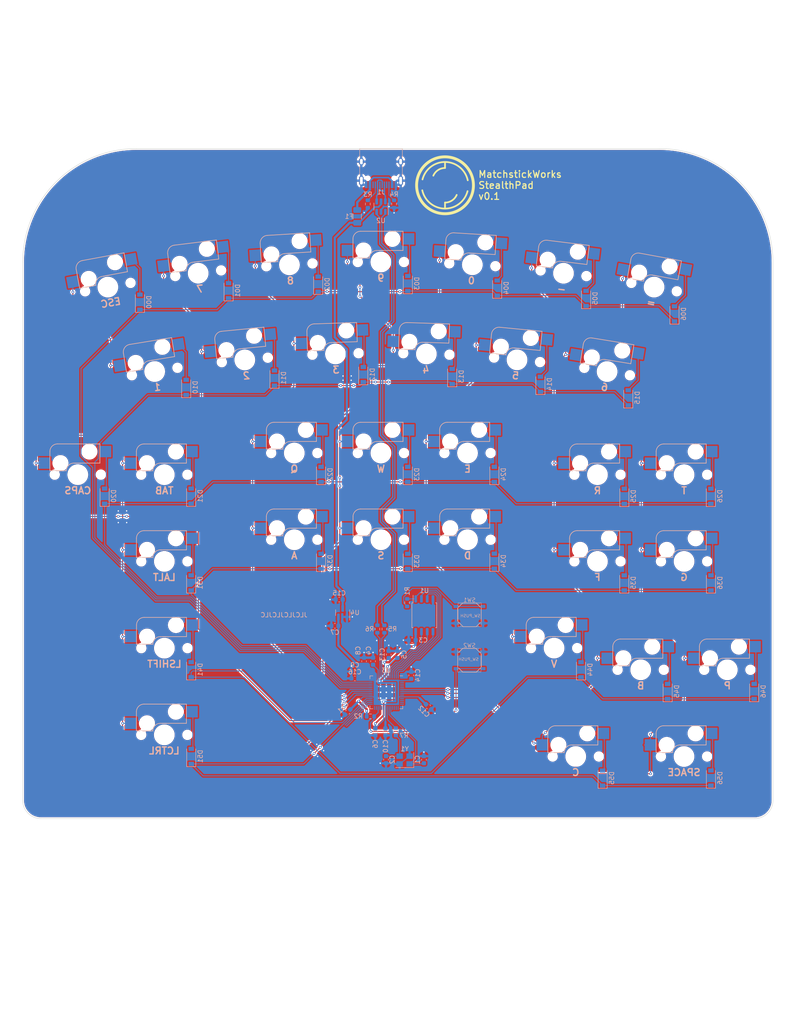
<source format=kicad_pcb>
(kicad_pcb (version 20211014) (generator pcbnew)
  (layers (0 "F.Cu" signal) (31 "B.Cu" signal) (34 "B.Paste" user) (35 "F.Paste" user) (36 "B.SilkS" user "B.Silkscreen") (37 "F.SilkS" user "F.Silkscreen") (38 "B.Mask" user) (39 "F.Mask" user) (44 "Edge.Cuts" user))
  (net 0 "")
  (net 1 "+3V3")
  (net 2 "GND")
  (net 3 "XTAL_IN")
  (net 4 "/XTAL_0")
  (net 5 "+1V1")
  (net 6 "+5V")
  (net 7 "ROW0")
  (net 8 "Net-(K00-Pad2)")
  (net 9 "Net-(K01-Pad2)")
  (net 10 "Net-(K02-Pad2)")
  (net 11 "Net-(K03-Pad2)")
  (net 12 "Net-(K04-Pad2)")
  (net 13 "Net-(K05-Pad2)")
  (net 14 "Net-(K06-Pad2)")
  (net 15 "ROW1")
  (net 16 "Net-(K10-Pad2)")
  (net 17 "Net-(K11-Pad2)")
  (net 18 "Net-(K12-Pad2)")
  (net 19 "Net-(D13-Pad2)")
  (net 20 "Net-(D14-Pad2)")
  (net 21 "Net-(K15-Pad2)")
  (net 22 "ROW2")
  (net 23 "Net-(K20-Pad2)")
  (net 24 "Net-(D21-Pad2)")
  (net 25 "Net-(K22-Pad2)")
  (net 26 "Net-(D23-Pad2)")
  (net 27 "Net-(D24-Pad2)")
  (net 28 "Net-(D25-Pad2)")
  (net 29 "Net-(K26-Pad2)")
  (net 30 "ROW3")
  (net 31 "Net-(D31-Pad2)")
  (net 32 "Net-(K32-Pad2)")
  (net 33 "Net-(K33-Pad2)")
  (net 34 "Net-(D34-Pad2)")
  (net 35 "Net-(K35-Pad2)")
  (net 36 "Net-(K36-Pad2)")
  (net 37 "ROW4")
  (net 38 "Net-(K41-Pad2)")
  (net 39 "Net-(K44-Pad2)")
  (net 40 "Net-(D45-Pad2)")
  (net 41 "Net-(K46-Pad2)")
  (net 42 "ROW5")
  (net 43 "Net-(D51-Pad2)")
  (net 44 "Net-(K55-Pad2)")
  (net 45 "Net-(K56-Pad2)")
  (net 46 "Net-(F1-Pad1)")
  (net 47 "/CC1")
  (net 48 "D_USB_P")
  (net 49 "D_USB_N")
  (net 51 "/CC2")
  (net 53 "COL0")
  (net 54 "COL1")
  (net 55 "COL2")
  (net 56 "COL3")
  (net 57 "COL4")
  (net 58 "COL5")
  (net 59 "COL6")
  (net 60 "/~{USB BOOT}")
  (net 61 "CS")
  (net 62 "D_P")
  (net 63 "Net-(R5-Pad2)")
  (net 64 "Net-(R6-Pad1)")
  (net 65 "D_N")
  (net 66 "XTAL_OUT")
  (net 67 "SD1")
  (net 68 "SD2")
  (net 69 "SD0")
  (net 70 "QSPI_CLK")
  (net 71 "SD3")
  (net 85 "unconnected-(U3-Pad29)")
  (net 86 "unconnected-(U3-Pad30)")
  (net 87 "Net-(R2-Pad2)")
  (footprint "MatchstickWorks:JLC-PartNumberMarker" (layer "F.Cu") (at 92.47 160.1)
    (fp_text reference "REF**" hide)
    (fp_text value "JLC-PartNumberMarker" hide)
  )
  (footprint "MatchstickWorks:MW-Logo-Silk_6.25mm-dia" (layer "F.Cu") (at 127.88 65.7)
    (fp_text reference "REF**" hide)
    (fp_text value "MW-Logo-Silk_6.25mm-dia" hide)
  )
  (footprint "Diode_SMD:D_SOD-123" (layer "B.Cu") (at 109.9 107.28 90)
    (fp_text reference "D12")
    (fp_text value "D")
  )
  (footprint "Keeb_Parts:Kailh_MX_Socket" (layer "B.Cu") (at 66.14 129.29 180)
    (fp_text reference "K21" hide)
    (fp_text value "TAB")
  )
  (footprint "Capacitor_SMD:C_0603_1608Metric" (layer "B.Cu") (at 114.9 191.9 90)
    (fp_text reference "C2")
    (fp_text value "22pF")
  )
  (footprint "Resistor_SMD:R_0603_1608Metric" (layer "B.Cu") (at 113 163.2 90)
    (fp_text reference "R6")
    (fp_text value "27")
  )
  (footprint "Package_TO_SOT_SMD:SOT-23" (layer "B.Cu") (at 105.375 159.6 90)
    (fp_text reference "U4")
    (fp_text value "XC6206PxxxMR")
  )
  (footprint "Resistor_SMD:R_0603_1608Metric" (layer "B.Cu") (at 114.55 163.2 -90)
    (fp_text reference "R5")
    (fp_text value "27")
  )
  (footprint "Diode_SMD:D_SOD-123" (layer "B.Cu") (at 148.86 109.41 90)
    (fp_text reference "D14")
    (fp_text value "D")
  )
  (footprint "Diode_SMD:D_SOD-123" (layer "B.Cu") (at 186.35 134.02 90)
    (fp_text reference "D26")
    (fp_text value "D")
  )
  (footprint "Package_TO_SOT_SMD:SOT-23-6" (layer "B.Cu") (at 113.8 70.385 90)
    (fp_text reference "U2")
    (fp_text value "USBLC6-2SC6")
  )
  (footprint "Diode_SMD:D_SOD-123" (layer "B.Cu") (at 138.73 129.21 90)
    (fp_text reference "D24")
    (fp_text value "D")
  )
  (footprint "Keeb_Parts:Kailh_MX_Socket" (layer "B.Cu") (at 66.15 148.34 180)
    (fp_text reference "K31" hide)
    (fp_text value "LALT")
  )
  (footprint "Keeb_Parts:Kailh_MX_Socket" (layer "B.Cu") (at 93.66 83.18 -176.5)
    (fp_text reference "K02" hide)
    (fp_text value "8")
  )
  (footprint "Keeb_Parts:SW_TACTILE_SMD" (layer "B.Cu") (at 133.25 160.075)
    (fp_text reference "SW1")
    (fp_text value "SW_PUSH")
  )
  (footprint "Keeb_Parts:Kailh_MX_Socket" (layer "B.Cu") (at 163.53 106.63 170.75)
    (fp_text reference "K15" hide)
    (fp_text value "6")
  )
  (footprint "Diode_SMD:D_SOD-123" (layer "B.Cu") (at 99.975 87.425 90)
    (fp_text reference "D02")
    (fp_text value "D")
  )
  (footprint "Keeb_Parts:Kailh_MX_Socket" (layer "B.Cu") (at 103.79 102.76 -178.15)
    (fp_text reference "K12" hide)
    (fp_text value "3")
  )
  (footprint "Diode_SMD:D_SOD-123" (layer "B.Cu") (at 168.18 112.38 90)
    (fp_text reference "D15")
    (fp_text value "D")
  )
  (footprint "Keeb_Parts:Kailh_MX_Socket" (layer "B.Cu") (at 132.83 124.53 180)
    (fp_text reference "K24" hide)
    (fp_text value "E")
  )
  (footprint "Capacitor_SMD:C_0603_1608Metric" (layer "B.Cu") (at 114.775 185.8 -90)
    (fp_text reference "C10")
    (fp_text value "100nF")
  )
  (footprint "Keeb_Parts:Kailh_MX_Socket" (layer "B.Cu") (at 53.72 88.07 -169.5)
    (fp_text reference "K00" hide)
    (fp_text value "ESC")
  )
  (footprint "Diode_SMD:D_SOD-123" (layer "B.Cu") (at 53.01 133.99 90)
    (fp_text reference "D20")
    (fp_text value "D")
  )
  (footprint "Diode_SMD:D_SOD-123" (layer "B.Cu") (at 167.3 153.05 90)
    (fp_text reference "D35")
    (fp_text value "D")
  )
  (footprint "Capacitor_SMD:C_0603_1608Metric" (layer "B.Cu") (at 103.65 162.5)
    (fp_text reference "C7")
    (fp_text value "1uF")
  )
  (footprint "Keeb_Parts:Kailh_MX_Socket" (layer "B.Cu") (at 156.6325 191.2025 180)
    (fp_text reference "K55" hide)
    (fp_text value "C")
  )
  (footprint "Capacitor_SMD:C_0603_1608Metric" (layer "B.Cu") (at 117.4 168.8 90)
    (fp_text reference "C5")
    (fp_text value "100nF")
  )
  (footprint "Diode_SMD:D_SOD-123" (layer "B.Cu") (at 129.46 107.71 90)
    (fp_text reference "D13")
    (fp_text value "D")
  )
  (footprint "Crystal:Crystal_SMD_3225-4Pin_3.2x2.5mm" (layer "B.Cu") (at 119 191.975 180)
    (fp_text reference "Y1")
    (fp_text value "XTAL_GND")
  )
  (footprint "Keeb_Parts:Kailh_MX_Socket" (layer "B.Cu") (at 173.86 88.07 169.5)
    (fp_text reference "K06" hide)
    (fp_text value "=")
  )
  (footprint "Diode_SMD:D_SOD-123" (layer "B.Cu") (at 162.54 195.94 90)
    (fp_text reference "D55")
    (fp_text value "D")
  )
  (footprint "Keeb_Parts:Kailh_MX_Socket" (layer "B.Cu") (at 66.16 167.4 180)
    (fp_text reference "K41" hide)
    (fp_text value "LSHIFT")
  )
  (footprint "Keeb_Parts:Kailh_MX_Socket" (layer "B.Cu") (at 180.46 148.34 180)
    (fp_text reference "K36" hide)
    (fp_text value "G")
  )
  (footprint "Keeb_Parts:Kailh_MX_Socket" (layer "B.Cu") (at 180.46 129.29 180)
    (fp_text reference "K26" hide)
    (fp_text value "T")
  )
  (footprint "Capacitor_SMD:C_0603_1608Metric" (layer "B.Cu") (at 123.24 191.91 -90)
    (fp_text reference "C1")
    (fp_text value "22pF")
  )
  (footprint "Keeb_Parts:Kailh_MX_Socket" (layer "B.Cu") (at 66.14 186.45 180)
    (fp_text reference "K51" hide)
    (fp_text value "LCTRL")
  )
  (footprint "Diode_SMD:D_SOD-123" (layer "B.Cu") (at 119.69 148.31 90)
    (fp_text reference "D33")
    (fp_text value "D")
  )
  (footprint "Diode_SMD:D_SOD-123" (layer "B.Cu") (at 176.84 176.9 90)
    (fp_text reference "D45")
    (fp_text value "D")
  )
  (footprint "Keeb_Parts:Kailh_MX_Socket" (layer "B.Cu") (at 151.87 167.39 180)
    (fp_text reference "K44" hide)
    (fp_text value "V")
  )
  (footprint "Keeb_Parts:Kailh_MX_Socket" (layer "B.Cu") (at 94.73 124.53 180)
    (fp_text reference "K22" hide)
    (fp_text value "Q")
  )
  (footprint "Keeb_Parts:Kailh_MX_Socket" (layer "B.Cu") (at 180.445 191.2025 180)
    (fp_text reference "K56" hide)
    (fp_text value "SPACE")
  )
  (footprint "Diode_SMD:D_SOD-123" (layer "B.Cu") (at 60.775 91.375 90)
    (fp_text reference "D00")
    (fp_text value "D")
  )
  (footprint "Diode_SMD:D_SOD-123" (layer "B.Cu") (at 138.73 148.28 90)
    (fp_text reference "D34")
    (fp_text value "D")
  )
  (footprint "Resistor_SMD:R_0603_1608Metric" (layer "B.Cu") (at 110.9 69.81 -90)
    (fp_text reference "R3")
    (fp_text value "5k1")
  )
  (footprint "Diode_SMD:D_SOD-123" (layer "B.Cu") (at 72.04 133.99 90)
    (fp_text reference "D21")
    (fp_text value "D")
  )
  (footprint "Capacitor_SMD:C_0603_1608Metric" (layer "B.Cu") (at 112.05 170.275 -90)
    (fp_text reference "C4")
    (fp_text value "1uF")
  )
  (footprint "Diode_SMD:D_SOD-123" (layer "B.Cu") (at 195.88 176.9 90)
    (fp_text reference "D46")
    (fp_text value "D")
  )
  (footprint "Keeb_Parts:Kailh_MX_Socket" (layer "B.Cu") (at 47.11 129.28 180)
    (fp_text reference "K20" hide)
    (fp_text value "CAPS")
  )
  (footprint "Capacitor_SMD:C_0603_1608Metric" (layer "B.Cu") (at 108.05 172.525 180)
    (fp_text reference "C9")
    (fp_text value "100nF")
  )
  (footprint "Diode_SMD:D_SOD-123" (layer "B.Cu") (at 72.06 191.18 90)
    (fp_text reference "D51")
    (fp_text value "D")
  )
  (footprint "Capacitor_SMD:C_0603_1608Metric" (layer "B.Cu") (at 104.6 156.725 180)
    (fp_text reference "C15")
    (fp_text value "1uF")
  )
  (footprint "Resistor_SMD:R_0603_1608Metric" (layer "B.Cu") (at 119.55 157.4 90)
    (fp_text reference "R1")
    (fp_text value "1k")
  )
  (footprint "Capacitor_SMD:C_0603_1608Metric" (layer "B.Cu") (at 106.475 181.45 -135)
    (fp_text reference "C11")
    (fp_text value "100nF")
  )
  (footprint "Diode_SMD:D_SOD-123" (layer "B.Cu") (at 100.62 129.21 90)
    (fp_text reference "D22")
    (fp_text value "D")
  )
  (footprint "Diode_SMD:D_SOD-123" (layer "B.Cu") (at 72.04 153.05 90)
    (fp_text reference "D31")
    (fp_text value "D")
  )
  (footprint "Keeb_Parts:Kailh_MX_Socket" (layer "B.Cu") (at 64.02 106.62 -170.75)
    (fp_text reference "K10" hide)
    (fp_text value "1")
  )
  (footprint "Keeb_Parts:Kailh_MX_Socket" (layer "B.Cu") (at 133.89 83.16 176.5)
    (fp_text reference "K04" hide)
    (fp_text value "0")
  )
  (footprint "Package_SO:SOIC-8_5.23x5.23mm_P1.27mm" (layer "B.Cu") (at 123.325 160.175 -90)
    (fp_text reference "U1")
    (fp_text value "W25Q128JVS")
  )
  (footprint "Keeb_Parts:Kailh_MX_Socket" (layer "B.Cu") (at 83.84 104.07 -174.45)
    (fp_text reference "K11" hide)
    (fp_text value "2")
  )
  (footprint "Keeb_Parts:Kailh_MX_Socket" (layer "B.Cu") (at 113.78 143.58 180)
    (fp_text reference "K33" hide)
    (fp_text value "S")
  )
  (footprint "Diode_SMD:D_SOD-123" (layer "B.Cu") (at 139.35 88.275 90)
    (fp_text reference "D04")
    (fp_text value "D")
  )
  (footprint "Resistor_SMD:R_0603_1608Metric" (layer "B.Cu") (at 117.05 185.775 90)
    (fp_text reference "R7")
    (fp_text value "1k")
  )
  (footprint "Diode_SMD:D_SOD-123" (layer "B.Cu") (at 119.69 129.21 90)
    (fp_text reference "D23")
    (fp_text value "D")
  )
  (footprint "Keeb_Parts:Kailh_MX_Socket" (layer "B.Cu") (at 113.77 82.56 180)
    (fp_text reference "K03" hide)
    (fp_text value "9")
  )
  (footprint "Fuse:Fuse_1206_3216Metric" (layer "B.Cu") (at 108.575 72.535 -90)
    (fp_text reference "F1")
    (fp_text value "500mA")
  )
  (footprint "Keeb_Parts:Kailh_MX_Socket" (layer "B.Cu") (at 113.78 124.53 180)
    (fp_text reference "K23" hide)
    (fp_text value "W")
  )
  (footprint "Keeb_Parts:Kailh_MX_Socket" (layer "B.Cu") (at 94.73 143.58 180)
    (fp_text reference "K32" hide)
    (fp_text value "A")
  )
  (footprint "Keeb_Parts:Kailh_MX_Socket" (layer "B.Cu") (at 189.97 172.1525 180)
    (fp_text reference "K46" hide)
    (fp_text value "P")
  )
  (footprint "Keeb_Parts:Kailh_MX_Socket" (layer "B.Cu") (at 170.92 172.1525 180)
    (fp_text reference "K45" hide)
    (fp_text value "B")
  )
  (footprint "Keeb_Parts:Kailh_MX_Socket" (layer "B.Cu") (at 73.59 85.02 -173)
    (fp_text reference "K01" hide)
    (fp_text value "7")
  )
  (footprint "Resistor_SMD:R_0603_1608Metric" (layer "B.Cu") (at 111.475 182.4)
    (fp_text reference "R2")
    (fp_text value "1k")
  )
  (footprint "Diode_SMD:D_SOD-123" (layer "B.Cu") (at 158.9 90.55 90)
    (fp_text reference "D05")
    (fp_text value "D")
  )
  (footprint "Keeb_Parts:Kailh_MX_Socket" (layer "B.Cu") (at 161.41 129.29 180)
    (fp_text reference "K25" hide)
    (fp_text value "R")
  )
  (footprint "Diode_SMD:D_SOD-123" (layer "B.Cu") (at 178.35 93.95 90)
    (fp_text reference "D06")
    (fp_text value "D")
  )
  (footprint "RP2040-QFN:RP2040-QFN-56" (layer "B.Cu") (at 114.975 177.1 180)
    (fp_text reference "U3")
    (fp_text value "RP2040")
  )
  (footprint "Capacitor_SMD:C_0603_1608Metric" (layer "B.Cu") (at 120.65 165.65 180)
    (fp_text reference "C3")
    (fp_text value "100nF")
  )
  (footprint "Diode_SMD:D_SOD-123" (layer "B.Cu") (at 90.375 108.05 90)
    (fp_text reference "D11")
    (fp_text value "D")
  )
  (footprint "Diode_SMD:D_SOD-123" (layer "B.Cu") (at 80.275 88.85 90)
    (fp_text reference "D01")
    (fp_text value "D")
  )
  (footprint "Keeb_Parts:Kailh_MX_Socket" (layer "B.Cu") (at 132.83 143.58 180)
    (fp_text reference "K34" hide)
    (fp_text value "D")
  )
  (footprint "Diode_SMD:D_SOD-123" (layer "B.Cu") (at 157.79 172.13 90)
    (fp_text reference "D44")
    (fp_text value "D")
  )
  (footprint "Capacitor_SMD:C_0603_1608Metric" (layer "B.Cu") (at 110.075 170.275 90)
    (fp_text reference "C8")
    (fp_text value "100nF")
  )
  (footprint "Diode_SMD:D_SOD-123" (layer "B.Cu") (at 167.32 134.02 90)
    (fp_text reference "D25")
    (fp_text value "D")
  )
  (footprint "Keeb_Parts:Kailh_MX_Socket" (layer "B.Cu") (at 161.41 148.34 180)
    (fp_text reference "K35" hide)
    (fp_text value "F")
  )
  (footprint "Diode_SMD:D_SOD-123" (layer "B.Cu") (at 186.36 195.93 90)
    (fp_text reference "D56")
    (fp_text value "D")
  )
  (footprint "Capacitor_SMD:C_0603_1608Metric" (layer "B.Cu") (at 108.05 174.05 180)
    (fp_text reference "C16")
    (fp_text value "1uF")
  )
  (footprint "Capacitor_SMD:C_0603_1608Metric" (layer "B.Cu") (at 115.5 168.8 90)
    (fp_text reference "C13")
    (fp_text value "100nF")
  )
  (footprint "Capacitor_SMD:C_0603_1608Metric" (layer "B.Cu") (at 120.45 173.375 90)
    (fp_text reference "C14")
    (fp_text value "100nF")
  )
  (footprint "Diode_SMD:D_SOD-123" (layer "B.Cu") (at 72.04 172.12 90)
    (fp_text reference "D41")
    (fp_text value "D")
  )
  (footprint "Diode_SMD:D_SOD-123" (layer "B.Cu") (at 70.95 110.1 90)
    (fp_text reference "D10")
    (fp_text value "D")
  )
  (footprint "Diode_SMD:D_SOD-123" (layer "B.Cu") (at 100.62 148.31 90)
    (fp_text reference "D32")
    (fp_text value "D")
  )
  (footprint "Keeb_Parts:Kailh_MX_Socket" (layer "B.Cu") (at 153.94 85.03 173)
    (fp_text reference "K05" hide)
    (fp_text value "-")
  )
  (footprint "Keeb_Parts:Kailh_MX_Socket" (layer "B.Cu") (at 123.78 102.76 178.15)
    (fp_text reference "K13" hide)
    (fp_text value "4")
  )
  (footprint "Keeb_Parts:SW_TACTILE_SMD" (layer "B.Cu") (at 133.27 170.06 180)
    (fp_text reference "SW2")
    (fp_text value "SW_PUSH")
  )
  (footprint "Keeb_Parts:Kailh_MX_Socket" (layer "B.Cu") (at 143.72 104.05 174.45)
    (fp_text reference "K14" hide)
    (fp_text value "5")
  )
  (footprint "Diode_SMD:D_SOD-123" (layer "B.Cu") (at 119.7 87.275 90)
    (fp_text reference "D03")
    (fp_text value "D")
  )
  (footprint "Capacitor_SMD:C_0603_1608Metric" (layer "B.Cu") (at 112.55 185.8 -90)
    (fp_text reference "C6")
    (fp_text value "100nF")
  )
  (footprint "Diode_SMD:D_SOD-123" (layer "B.Cu") (at 186.37 153.05 90)
    (fp_text reference "D36")
    (fp_text value "D")
  )
  (footprint "Connector_USB:USB_C_Receptacle_HRO_TYPE-C-31-M-12" (layer "B.Cu") (at 113.8 61.55)
    (fp_text reference "J1")
    (fp_text value "USB_C_Receptacle_USB2.0")
  )
  (footprint "Resistor_SMD:R_0603_1608Metric" (layer "B.Cu") (at 116.675 69.81 -90)
    (fp_text reference "R4")
    (fp_text value "5k1")
  )
  (footprint "Capacitor_SMD:C_0603_1608Metric" (layer "B.Cu") (at 124.251992 180.301992 -45)
    (fp_text reference "C12")
    (fp_text value "100nF")
  )
  (gr_arc (start 39 204.84) (mid 36.16804 203.664889) (end 35.000012 200.83) (layer "Edge.Cuts") (width 0.1))
  (gr_line (start 196 204.84) (end 39 204.84) (layer "Edge.Cuts") (width 0.1))
  (gr_line (start 60 57.65) (end 175 57.65) (layer "Edge.Cuts") (width 0.1))
  (gr_line (start 35.000012 200.83) (end 35 82.65) (layer "Edge.Cuts") (width 0.1))
  (gr_line (start 200 200.84) (end 200 82.65) (layer "Edge.Cuts") (width 0.1))
  (gr_arc (start 200 200.84) (mid 198.828427 203.668427) (end 196 204.84) (layer "Edge.Cuts") (width 0.1))
  (gr_arc (start 35 82.65) (mid 42.32233 64.97233) (end 60 57.65) (layer "Edge.Cuts") (width 0.1))
  (gr_arc (start 175 57.65) (mid 192.67767 64.97233) (end 200 82.65) (layer "Edge.Cuts") (width 0.1))
  (gr_text "MatchstickWorks\nStealthPad\nv0.1" (at 135.08 65.7) (layer "F.SilkS") (effects (font (size 1.5 1.5) (thickness 0.25)) (justify left)))
  (segment (start 120.95 167.025) (end 119.025 167.025) (width 0.5) (layer "F.Cu") (net 1))
  (segment (start 115.55 170.5) (end 114.575 170.5) (width 0.5) (layer "F.Cu") (net 1))
  (segment (start 110.65 181.175) (end 110.65 180.825) (width 0.5) (layer "F.Cu") (net 1))
  (segment (start 110.65 180.825) (end 108.875 179.05) (width 0.5) (layer "F.Cu") (net 1))
  (segment (start 119.025 167.025) (end 115.55 170.5) (width 0.5) (layer "F.Cu") (net 1))
  (via (at 114.575 170.5) (size 0.6) (drill 0.3) (layers "F.Cu" "B.Cu") (net 1))
  (via (at 120.95 167.025) (size 0.6) (drill 0.3) (layers "F.Cu" "B.Cu") (net 1))
  (via (at 108.875 179.05) (size 0.6) (drill 0.3) (layers "F.Cu" "B.Cu") (net 1))
  (via (at 110.65 181.175) (size 0.6) (drill 0.3) (layers "F.Cu" "B.Cu") (net 1))
  (segment (start 122.325 178.375) (end 122.05 178.1) (width 0.2) (layer "B.Cu") (net 1))
  (segment (start 114.775 180.5375) (end 114.775 179.875) (width 0.2) (layer "B.Cu") (net 1))
  (segment (start 114.775 173.6625) (end 114.775 174.4) (width 0.2) (layer "B.Cu") (net 1))
  (segment (start 114.375 173.6625) (end 114.375 172.9) (width 0.2) (layer "B.Cu") (net 1))
  (segment (start 111.925 174.5) (end 111.5375 174.5) (width 0.2) (layer "B.Cu") (net 1))
  (segment (start 122.05 178.1) (end 118.4125 178.1) (width 0.2) (layer "B.Cu") (net 1))
  (segment (start 112.775 174.2) (end 112.475 174.5) (width 0.2) (layer "B.Cu") (net 1))
  (segment (start 121.42 163.775) (end 121.42 165.645) (width 0.5) (layer "B.Cu") (net 1))
  (segment (start 112.775 173.6625) (end 112.775 174.2) (width 0.2) (layer "B.Cu") (net 1))
  (segment (start 114.375 172.9) (end 114.575 172.7) (width 0.2) (layer "B.Cu") (net 1))
  (segment (start 118.4125 174.5) (end 117.5 174.5) (width 0.2) (layer "B.Cu") (net 1))
  (segment (start 114.375 173.6625) (end 114.375 174.4) (width 0.2) (layer "B.Cu") (net 1))
  (segment (start 111.5375 178.1) (end 112.21 178.1) (width 0.2) (layer "B.Cu") (net 1))
  (segment (start 112.375 173.025) (end 112.575 172.825) (width 0.2) (layer "B.Cu") (net 1))
  (segment (start 108.875 179.05) (end 109.825 178.1) (width 0.2) (layer "B.Cu") (net 1))
  (segment (start 123.703984 179.753984) (end 122.325 178.375) (width 0.5) (layer "B.Cu") (net 1))
  (segment (start 112.775 173.6625) (end 112.775 173.025) (width 0.2) (layer "B.Cu") (net 1))
  (segment (start 114.775 185.025) (end 114.775 183.6) (width 0.5) (layer "B.Cu") (net 1))
  (segment (start 107.023008 180.901992) (end 108.875 179.05) (width 0.5) (layer "B.Cu") (net 1))
  (segment (start 112.775 173.025) (end 112.575 172.825) (width 0.2) (layer "B.Cu") (net 1))
  (segment (start 104.425 166.825) (end 108.65 171.05) (width 0.5) (layer "B.Cu") (net 1))
  (segment (start 112.575 172.825) (end 111.775 172.025) (width 0.2) (layer "B.Cu") (net 1))
  (segment (start 104.425 162.5) (end 104.425 166.825) (width 0.5) (layer "B.Cu") (net 1))
  (segment (start 118.4125 174.5) (end 120.125 174.5) (width 0.2) (layer "B.Cu") (net 1))
  (segment (start 108.65 171.05) (end 110.075 171.05) (width 0.5) (layer "B.Cu") (net 1))
  (segment (start 121.425 165.65) (end 121.425 166.55) (width 0.5) (layer "B.Cu") (net 1))
  (segment (start 114.575 170.5) (end 114.575 172.7) (width 0.2) (layer "B.Cu") (net 1))
  (segment (start 104.425 162.5) (end 104.425 160.5375) (width 0.5) (layer "B.Cu") (net 1))
  (segment (start 121.42 165.645) (end 121.425 165.65) (width 0.5) (layer "B.Cu") (net 1))
  (segment (start 121.425 166.55) (end 120.95 167.025) (width 0.5) (layer "B.Cu") (net 1))
  (segment (start 111.775 172.025) (end 111.05 172.025) (width 0.2) (layer "B.Cu") (net 1))
  (segment (start 112.375 173.6625) (end 112.375 174.05) (width 0.2) (layer "B.Cu") (net 1))
  (segment (start 112.375 173.6625) (end 112.375 173.025) (width 0.2) (layer "B.Cu") (net 1))
  (segment (start 112.375 174.05) (end 111.925 174.5) (width 0.2) (layer "B.Cu") (net 1))
  (segment (start 115.5 169.575) (end 114.575 170.5) (width 0.2) (layer "B.Cu") (net 1))
  (segment (start 109.825 178.1) (end 111.5375 178.1) (width 0.2) (layer "B.Cu") (net 1))
  (segment (start 118.4125 178.1) (end 117.7 178.1) (width 0.2) (layer "B.Cu") (net 1))
  (segment (start 114.775 172.9) (end 114.575 172.7) (width 0.2) (layer "B.Cu") (net 1))
  (segment (start 111.05 172.025) (end 110.075 171.05) (width 0.2) (layer "B.Cu") (net 1))
  (segment (start 114.775 173.6625) (end 114.775 172.9) (width 0.2) (layer "B.Cu") (net 1))
  (segment (start 114.775 183.6) (end 114.775 180.5375) (width 0.2) (layer "B.Cu") (net 1))
  (segment (start 110.65 182.4) (end 110.65 181.175) (width 0.5) (layer "B.Cu") (net 1))
  (via (at 57.86 139.81) (size 0.6) (drill 0.3) (layers "F.Cu" "B.Cu") (net 2))
  (via (at 110.1 71.71) (size 0.6) (drill 0.3) (layers "F.Cu" "B.Cu") (net 2))
  (via (at 98.35 189.86) (size 0.6) (drill 0.3) (layers "F.Cu" "B.Cu") (net 2))
  (via (at 117.4 166.775) (size 0.6) (drill 0.3) (layers "F.Cu" "B.Cu") (net 2))
  (via (at 56.02 139.81) (size 0.6) (drill 0.3) (layers "F.Cu" "B.Cu") (net 2))
  (via (at 110.075 168.35) (size 0.6) (drill 0.3) (layers "F.Cu" "B.Cu") (net 2))
  (via (at 114.7 165.725) (size 0.6) (drill 0.3) (layers "F.Cu" "B.Cu") (net 2))
  (via (at 105.44 107.6) (size 0.6) (drill 0.3) (layers "F.Cu" "B.Cu") (net 2))
  (via (at 123.225 190.225) (size 0.6) (drill 0.3) (layers "F.Cu" "B.Cu") (net 2))
  (via (at 107.24 108.54) (size 0.6) (drill 0.3) (layers "F.Cu" "B.Cu") (net 2))
  (via (at 113.625 192.675) (size 0.6) (drill 0.3) (layers "F.Cu" "B.Cu") (net 2))
  (via (at 99.67 188.52) (size 0.6) (drill 0.3) (layers "F.Cu" "B.Cu") (net 2))
  (via (at 56.02 137.25) (size 0.6) (drill 0.3) (layers "F.Cu" "B.Cu") (net 2))
  (via (at 107.5 160.525) (size 0.6) (drill 0.3) (layers "F.Cu" "B.Cu") (net 2))
  (via (at 115.5 166.775) (size 0.6) (drill 0.3) (layers "F.Cu" "B.Cu") (net 2))
  (via (at 120.45 171.525) (size 0.6) (drill 0.3) (layers "F.Cu" "B.Cu") (net 2))
  (via (at 107.26 107.59) (size 0.6) (drill 0.3) (layers "F.Cu" "B.Cu") (net 2))
  (via (at 101.18 189.92) (size 0.6) (drill 0.3) (layers "F.Cu" "B.Cu") (net 2))
  (via (at 57.85 137.24) (size 0.6) (drill 0.3) (layers "F.Cu" "B.Cu") (net 2))
  (via (at 116.675 71.76) (size 0.6) (drill 0.3) (layers "F.Cu" "B.Cu") (net 2))
  (via (at 102.575 156.725) (size 0.6) (drill 0.3) (layers "F.Cu" "B.Cu") (net 2))
  (via (at 105.1 182.825) (size 0.6) (drill 0.3) (layers "F.Cu" "B.Cu") (net 2))
  (via (at 115.575 70.385) (size 0.6) (drill 0.3) (layers "F.Cu" "B.Cu") (net 2))
  (via (at 101.625 162.525) (size 0.6) (drill 0.3) (layers "F.Cu" "B.Cu") (net 2))
  (via (at 105.44 108.54) (size 0.6) (drill 0.3) (layers "F.Cu" "B.Cu") (net 2))
  (via (at 112.85 165.725) (size 0.6) (drill 0.3) (layers "F.Cu" "B.Cu") (net 2))
  (via (at 107.275 171.35) (size 0.6) (drill 0.3) (layers "F.Cu" "B.Cu") (net 2))
  (via (at 112.05 168.35) (size 0.6) (drill 0.3) (layers "F.Cu" "B.Cu") (net 2))
  (via (at 99.86 191.2) (size 0.6) (drill 0.3) (layers "F.Cu" "B.Cu") (net 2))
  (via (at 125.675 181.725) (size 0.6) (drill 0.3) (layers "F.Cu" "B.Cu") (net 2))
  (via (at 118.725 165.65) (size 0.6) (drill 0.3) (layers "F.Cu" "B.Cu") (net 2))
  (segment (start 115.975 180.5375) (end 115.975 181.859994) (width 0.2) (layer "B.Cu") (net 2))
  (segment (start 107.275 174.05) (end 107.275 172.525) (width 0.5) (layer "B.Cu") (net 2))
  (segment (start 124.8 180.85) (end 125.675 181.725) (width 0.5) (layer "B.Cu") (net 2))
  (segment (start 116.675 70.635) (end 116.675 71.76) (width 0.5) (layer "B.Cu") (net 2))
  (segment (start 120.45 172.6) (end 120.45 171.525) (width 0.5) (layer "B.Cu") (net 2))
  (segment (start 110.075 169.5) (end 110.075 168.35) (width 0.5) (layer "B.Cu") (net 2))
  (segment (start 112.05 169.5) (end 112.05 168.35) (width 0.5) (layer "B.Cu") (net 2))
  (segment (start 115.975 181.859994) (end 123.225 189.109994) (width 0.2) (layer "B.Cu") (net 2))
  (segment (start 112.05 169.5) (end 110.075 169.5) (width 0.5) (layer "B.Cu") (net 2))
  (segment (start 119.875 165.65) (end 118.725 165.65) (width 0.5) (layer "B.Cu") (net 2))
  (segment (start 105.926992 181.998008) (end 105.1 182.825) (width 0.5) (layer "B.Cu") (net 2))
  (segment (start 107.4875 160.5375) (end 107.5 160.525) (width 0.5) (layer "B.Cu") (net 2))
  (segment (start 110.9 70.635) (end 110.9 70.91) (width 0.5) (layer "B.Cu") (net 2))
  (segment (start 106.325 160.5375) (end 107.4875 160.5375) (width 0.5) (layer "B.Cu") (net 2))
  (segment (start 123.225 189.109994) (end 123.225 190.225) (width 0.2) (layer "B.Cu") (net 2))
  (segment (start 115.5 168.025) (end 117.4 168.025) (width 0.5) (layer "B.Cu") (net 2))
  (segment (start 107.275 172.525) (end 107.275 171.35) (width 0.5) (layer "B.Cu") (net 2))
  (segment (start 113.8 71.046297) (end 114.461297 70.385) (width 0.381) (layer "B.Cu") (net 2))
  (segment (start 115.5 168.025) (end 115.5 166.775) (width 0.5) (layer "B.Cu") (net 2))
  (segment (start 102.875 162.5) (end 101.625 162.5) (width 0.5) (layer "B.Cu") (net 2))
  (segment (start 114.461297 70.385) (end 115.575 70.385) (width 0.381) (layer "B.Cu") (net 2))
  (segment (start 110.9 70.91) (end 110.1 71.71) (width 0.5) (layer "B.Cu") (net 2))
  (segment (start 114.9 192.675) (end 113.625 192.675) (width 0.5) (layer "B.Cu") (net 2))
  (segment (start 113.8 71.5225) (end 113.8 71.046297) (width 0.381) (layer "B.Cu") (net 2))
  (segment (start 117.9 192.825) (end 120.1 191.125) (width 0.2) (layer "B.Cu") (net 2))
  (segment (start 103.825 156.725) (end 102.575 156.725) (width 0.5) (layer "B.Cu") (net 2))
  (segment (start 123.225 191.275) (end 123.225 190.225) (width 0.5) (layer "B.Cu") (net 2))
  (segment (start 117.4 168.025) (end 117.4 166.775) (width 0.5) (layer "B.Cu") (net 2))
  (segment (start 120.1 192.825) (end 120.225 192.825) (width 0.2) (layer "B.Cu") (net 3))
  (segment (start 120.225 192.825) (end 121.425 191.625) (width 0.2) (layer "B.Cu") (net 3))
  (segment (start 121.425 191.625) (end 121.425 187.875) (width 0.2) (layer "B.Cu") (net 3))
  (segment (start 115.575 182.025) (end 121.425 187.875) (width 0.2) (layer "B.Cu") (net 3))
  (segment (start 115.575 180.5375) (end 115.575 182.025) (width 0.2) (layer "B.Cu") (net 3))
  (segment (start 120.1 192.825) (end 123.225 192.825) (width 0.2) (layer "B.Cu") (net 3))
  (segment (start 117.9 187.45) (end 117.9 191.125) (width 0.2) (layer "B.Cu") (net 4))
  (segment (start 117.05 186.6) (end 117.9 187.45) (width 0.2) (layer "B.Cu") (net 4))
  (segment (start 114.9 191.125) (end 117.9 191.125) (width 0.2) (layer "B.Cu") (net 4))
  (segment (start 115.175 171.490901) (end 115.217821 171.44808) (width 0.381) (layer "F.Cu") (net 5))
  (segment (start 115.175 172.975) (end 115.175 171.490901) (width 0.381) (layer "F.Cu") (net 5))
  (segment (start 114.375 182.15) (end 112.55 183.975) (width 0.381) (layer "F.Cu") (net 5))
  (segment (start 114.375 179.2) (end 114.375 182.15) (width 0.381) (layer "F.Cu") (net 5))
  (segment (start 115.175 172.975) (end 113.475 174.675) (width 0.381) (layer "F.Cu") (net 5))
  (via (at 115.217821 171.44808) (size 0.6) (drill 0.3) (layers "F.Cu" "B.Cu") (net 5))
  (via (at 114.375 179.2) (size 0.6) (drill 0.35) (layers "F.Cu" "B.Cu") (net 5))
  (via (at 112.55 183.975) (size 0.6) (drill 0.3) (layers "F.Cu" "B.Cu") (net 5))
  (via (at 113.475 174.675) (size 0.6) (drill 0.35) (layers "F.Cu" "B.Cu") (net 5))
  (segment (start 115.175 173.6625) (end 115.175 171.490901) (width 0.2) (layer "B.Cu") (net 5))
  (segment (start 114.375 183.2) (end 114.375 180.5375) (width 0.2) (layer "B.Cu") (net 5))
  (segment (start 113.175 173.6625) (end 113.175 172.175) (width 0.2) (layer "B.Cu") (net 5))
  (segment (start 117.4 169.575) (end 117.090901 169.575) (width 0.2) (layer "B.Cu") (net 5))
  (segment (start 113.175 172.175) (end 112.05 171.05) (width 0.2) (layer "B.Cu") (net 5))
  (segment (start 115.175 171.490901) (end 115.217821 171.44808) (width 0.2) (layer "B.Cu") (net 5))
  (segment (start 112.55 183.975) (end 112.55 185.025) (width 0.381) (layer "B.Cu") (net 5))
  (segment (start 112.55 185.025) (end 114.375 183.2) (width 0.2) (layer "B.Cu") (net 5))
  (segment (start 117.090901 169.575) (end 115.217821 171.44808) (width 0.2) (layer "B.Cu") (net 5))
  (segment (start 113.175 174.375) (end 113.475 174.675) (width 0.2) (layer "B.Cu") (net 5))
  (segment (start 113.175 173.6625) (end 113.175 174.375) (width 0.2) (layer "B.Cu") (net 5))
  (segment (start 103.63 77.23) (end 106.925 73.935) (width 0.5) (layer "B.Cu") (net 6))
  (segment (start 113.223683 70.46998) (end 112.46502 70.46998) (width 0.381) (layer "B.Cu") (net 6))
  (segment (start 105.375 155.125) (end 104 153.75) (width 0.5) (layer "B.Cu") (net 6))
  (segment (start 106.925 73.935) (end 108.575 73.935) (width 0.5) (layer "B.Cu") (net 6))
  (segment (start 113.8 69.893663) (end 113.223683 70.46998) (width 0.381) (layer "B.Cu") (net 6))
  (segment (start 106.279611 101.728768) (end 103.63 99.079157) (width 0.5) (layer "B.Cu") (net 6))
  (segment (start 104 153.75) (end 104 119.475) (width 0.5) (layer "B.Cu") (net 6))
  (segment (start 103.63 99.079157) (end 103.63 77.23) (width 0.5) (layer "B.Cu") (net 6))
  (segment (start 106.279611 117.195389) (end 106.279611 101.728768) (width 0.5) (layer "B.Cu") (net 6))
  (segment (start 105.375 156.725) (end 105.375 155.125) (width 0.5) (layer "B.Cu") (net 6))
  (segment (start 112.46502 70.46998) (end 109 73.935) (width 0.381) (layer "B.Cu") (net 6))
  (segment (start 105.375 158.6625) (end 105.375 156.725) (width 0.5) (layer "B.Cu") (net 6))
  (segment (start 109 73.935) (end 108.575 73.935) (width 0.381) (layer "B.Cu") (net 6))
  (segment (start 104 119.475) (end 106.279611 117.195389) (width 0.5) (layer "B.Cu") (net 6))
  (segment (start 113.8 69.2475) (end 113.8 69.893663) (width 0.381) (layer "B.Cu") (net 6))
  (segment (start 101.95 89.07) (end 117.92 89.07) (width 0.2) (layer "F.Cu") (net 7))
  (via (at 101.95 89.07) (size 0.6) (drill 0.3) (layers "F.Cu" "B.Cu") (net 7))
  (via (at 117.92 89.07) (size 0.6) (drill 0.3) (layers "F.Cu" "B.Cu") (net 7))
  (segment (start 50.38 143.220012) (end 64.157497 156.997509) (width 0.2) (layer "B.Cu") (net 7))
  (segment (start 80.275 90.5) (end 98.55 90.5) (width 0.2) (layer "B.Cu") (net 7))
  (segment (start 119.555 89.07) (end 119.7 88.925) (width 0.2) (layer "B.Cu") (net 7))
  (segment (start 99.975 89.075) (end 101.945 89.075) (width 0.2) (layer "B.Cu") (net 7))
  (segment (start 71.722491 156.997509) (end 64.177497 157.017509) (width 0.2) (layer "B.Cu") (net 7))
  (segment (start 158.9 92.2) (end 174.95 92.2) (width 0.2) (layer "B.Cu") (net 7))
  (segment (start 139.35 89.925) (end 156.625 89.925) (width 0.2) (layer "B.Cu") (net 7))
  (segment (start 82.804502 168.11952) (end 96.834502 168.11952) (width 0.2) (layer "B.Cu") (net 7))
  (segment (start 60.775 93.025) (end 47.825479 105.974521) (width 0.2) (layer "B.Cu") (net 7))
  (segment (start 174.95 92.2) (end 178.35 95.6) (width 0.2) (layer "B.Cu") (net 7))
  (segment (start 117.92 89.07) (end 119.555 89.07) (width 0.2) (layer "B.Cu") (net 7))
  (segment (start 98.55 90.5) (end 99.975 89.075) (width 0.2) (layer "B.Cu") (net 7))
  (segment (start 111.5375 176.1) (end 104.814982 176.1) (width 0.2) (layer "B.Cu") (net 7))
  (segment (start 60.775 93.025) (end 77.75 93.025) (width 0.2) (layer "B.Cu") (net 7))
  (segment (start 47.825479 105.974521) (end 47.825479 125.144521) (width 0.2) (layer "B.Cu") (net 7))
  (segment (start 71.702491 157.017509) (end 82.804502 168.11952) (width 0.2) (layer "B.Cu") (net 7))
  (segment (start 156.625 89.925) (end 158.9 92.2) (width 0.2) (layer "B.Cu") (net 7))
  (segment (start 50.38 127.699042) (end 50.38 143.220012) (width 0.2) (layer "B.Cu") (net 7))
  (segment (start 119.7 88.925) (end 138.35 88.925) (width 0.2) (layer "B.Cu") (net 7))
  (segment (start 101.945 89.075) (end 101.95 89.07) (width 0.2) (layer "B.Cu") (net 7))
  (segment (start 77.75 93.025) (end 80.275 90.5) (width 0.2) (layer "B.Cu") (net 7))
  (segment (start 64.177497 157.017509) (end 71.702491 157.017509) (width 0.2) (layer "B.Cu") (net 7))
  (segment (start 104.814982 176.1) (end 96.834502 168.11952) (width 0.2) (layer "B.Cu") (net 7))
  (segment (start 64.157497 156.997509) (end 71.722491 156.997509) (width 0.2) (layer "B.Cu") (net 7))
  (segment (start 47.825479 125.144521) (end 50.38 127.699042) (width 0.2) (layer "B.Cu") (net 7))
  (segment (start 138.35 88.925) (end 139.35 89.925) (width 0.2) (layer "B.Cu") (net 7))
  (segment (start 60.775 83.957985) (end 58.782266 81.965251) (width 0.2) (layer "B.Cu") (net 8))
  (segment (start 60.775 89.725) (end 60.775 83.957985) (width 0.2) (layer "B.Cu") (net 8))
  (segment (start 80.275 80.495171) (end 79.01551 79.235681) (width 0.2) (layer "B.Cu") (net 9))
  (segment (start 80.275 87.2) (end 80.275 80.495171) (width 0.2) (layer "B.Cu") (net 9))
  (segment (start 99.975 85.775) (end 99.975 78.284176) (width 0.2) (layer "B.Cu") (net 10))
  (segment (start 99.975 78.284176) (end 99.428514 77.73769) (width 0.2) (layer "B.Cu") (net 10))
  (segment (start 120.049521 85.275479) (end 120.049521 77.669521) (width 0.2) (layer "B.Cu") (net 11))
  (segment (start 120.049521 77.669521) (end 119.86 77.48) (width 0.2) (layer "B.Cu") (net 11))
  (segment (start 119.7 85.625) (end 120.049521 85.275479) (width 0.2) (layer "B.Cu") (net 11))
  (segment (start 140.278768 85.696232) (end 140.278768 78.461261) (width 0.2) (layer "B.Cu") (net 12))
  (segment (start 139.35 86.625) (end 140.278768 85.696232) (width 0.2) (layer "B.Cu") (net 12))
  (segment (start 158.9 88.9) (end 160.603702 87.196298) (width 0.2) (layer "B.Cu") (net 13))
  (segment (start 160.603702 87.196298) (end 160.603702 80.73005) (width 0.2) (layer "B.Cu") (net 13))
  (segment (start 180.773779 84.184879) (end 180.773779 89.876221) (width 0.2) (layer "B.Cu") (net 14))
  (segment (start 180.773779 89.876221) (end 178.35 92.3) (width 0.2) (layer "B.Cu") (net 14))
  (segment (start 104.93 109.7) (end 107.76 109.7) (width 0.2) (layer "F.Cu") (net 15))
  (segment (start 112.6 108.93) (end 115.43 108.93) (width 0.2) (layer "F.Cu") (net 15))
  (via (at 107.76 109.7) (size 0.6) (drill 0.3) (layers "F.Cu" "B.Cu") (net 15))
  (via (at 112.6 108.93) (size 0.6) (drill 0.3) (layers "F.Cu" "B.Cu") (net 15))
  (via (at 104.93 109.7) (size 0.6) (drill 0.3) (layers "F.Cu" "B.Cu") (net 15))
  (via (at 115.43 108.93) (size 0.6) (drill 0.3) (layers "F.Cu" "B.Cu") (net 15))
  (segment (start 107.76 109.7) (end 109.13 109.7) (width 0.2) (layer "B.Cu") (net 15))
  (segment (start 51.625489 125.749511) (end 50.87 126.505) (width 0.2) (layer "B.Cu") (net 15))
  (segment (start 62.525978 111.75) (end 51.625489 122.650489) (width 0.2) (layer "B.Cu") (net 15))
  (segment (start 147.16 109.36) (end 148.86 111.06) (width 0.2) (layer "B.Cu") (net 15))
  (segment (start 111.5375 175.7) (end 104.979988 175.7) (width 0.2) (layer "B.Cu") (net 15))
  (segment (start 70.95 111.75) (end 62.525978 111.75) (width 0.2) (layer "B.Cu") (net 15))
  (segment (start 109.9 108.93) (end 112.6 108.93) (width 0.2) (layer "B.Cu") (net 15))
  (segment (start 104.979988 175.7) (end 96.999988 167.72) (width 0.2) (layer "B.Cu") (net 15))
  (segment (start 129.03 108.93) (end 129.46 109.36) (width 0.2) (layer "B.Cu") (net 15))
  (segment (start 51.625489 122.650489) (end 51.625489 125.749511) (width 0.2) (layer "B.Cu") (net 15))
  (segment (start 83.009988 167.72) (end 96.999988 167.72) (width 0.2) (layer "B.Cu") (net 15))
  (segment (start 50.87 126.505) (end 50.87 143.145006) (width 0.2) (layer "B.Cu") (net 15))
  (segment (start 64.304513 156.579519) (end 71.869507 156.579519) (width 0.2) (layer "B.Cu") (net 15))
  (segment (start 90.375 109.7) (end 104.93 109.7) (width 0.2) (layer "B.Cu") (net 15))
  (segment (start 50.87 143.145006) (end 64.304513 156.579519) (width 0.2) (layer "B.Cu") (net 15))
  (segment (start 70.95 111.75) (end 88.325 111.75) (width 0.2) (layer "B.Cu") (net 15))
  (segment (start 129.46 109.36) (end 147.16 109.36) (width 0.2) (layer "B.Cu") (net 15))
  (segment (start 71.869507 156.579519) (end 83.009988 167.72) (width 0.2) (layer "B.Cu") (net 15))
  (segment (start 165.21 111.06) (end 168.18 114.03) (width 0.2) (layer "B.Cu") (net 15))
  (segment (start 109.13 109.7) (end 109.9 108.93) (width 0.2) (layer "B.Cu") (net 15))
  (segment (start 88.325 111.75) (end 90.375 109.7) (width 0.2) (layer "B.Cu") (net 15))
  (segment (start 148.86 111.06) (end 165.21 111.06) (width 0.2) (layer "B.Cu") (net 15))
  (segment (start 115.43 108.93) (end 129.03 108.93) (width 0.2) (layer "B.Cu") (net 15))
  (segment (start 70.95 108.45) (end 70.95 102.3629) (width 0.2) (layer "B.Cu") (net 16))
  (segment (start 70.95 102.3629) (end 69.214236 100.627136) (width 0.2) (layer "B.Cu") (net 16))
  (segment (start 90.375 99.389682) (end 89.410142 98.424824) (width 0.2) (layer "B.Cu") (net 17))
  (segment (start 90.375 106.4) (end 90.375 99.389682) (width 0.2) (layer "B.Cu") (net 17))
  (segment (start 109.9 105.63) (end 110.066873 105.463127) (width 0.2) (layer "B.Cu") (net 18))
  (segment (start 110.066873 97.84009) (end 109.712828 97.486045) (width 0.2) (layer "B.Cu") (net 18))
  (segment (start 110.066873 105.463127) (end 110.066873 97.84009) (width 0.2) (layer "B.Cu") (net 18))
  (segment (start 129.46 106.06) (end 130.056873 105.463127) (width 0.2) (layer "B.Cu") (net 19))
  (segment (start 130.056873 105.463127) (end 130.056873 97.905301) (width 0.2) (layer "B.Cu") (net 19))
  (segment (start 130.056873 97.905301) (end 130.030823 97.879251) (width 0.2) (layer "B.Cu") (net 19))
  (segment (start 150.27276 106.34724) (end 150.27276 99.582805) (width 0.2) (layer "B.Cu") (net 20))
  (segment (start 148.86 107.76) (end 150.27276 106.34724) (width 0.2) (layer "B.Cu") (net 20))
  (segment (start 170.35738 108.55262) (end 170.35738 102.594981) (width 0.2) (layer "B.Cu") (net 21))
  (segment (start 168.18 110.73) (end 170.35738 108.55262) (width 0.2) (layer "B.Cu") (net 21))
  (segment (start 102.35 130.86) (end 118.01 130.86) (width 0.2) (layer "F.Cu") (net 22))
  (via (at 102.35 130.86) (size 0.6) (drill 0.3) (layers "F.Cu" "B.Cu") (net 22))
  (via (at 118.01 130.86) (size 0.6) (drill 0.3) (layers "F.Cu" "B.Cu") (net 22))
  (segment (start 53.01 135.64) (end 53.01 144.72) (width 0.2) (layer "B.Cu") (net 22))
  (segment (start 138.73 130.86) (end 143.54 135.67) (width 0.2) (layer "B.Cu") (net 22))
  (segment (start 76.82 130.86) (end 100.62 130.86) (width 0.2) (layer "B.Cu") (net 22))
  (segment (start 118.01 130.86) (end 119.69 130.86) (width 0.2) (layer "B.Cu") (net 22))
  (segment (start 105.144994 175.3) (end 97.162497 167.317503) (width 0.2) (layer "B.Cu") (net 22))
  (segment (start 72.04 135.64) (end 76.82 130.86) (width 0.2) (layer "B.Cu") (net 22))
  (segment (start 167.32 135.67) (end 186.35 135.67) (width 0.2) (layer "B.Cu") (net 22))
  (segment (start 100.62 130.86) (end 102.35 130.86) (width 0.2) (layer "B.Cu") (net 22))
  (segment (start 83.172497 167.317503) (end 97.162497 167.317503) (width 0.2) (layer "B.Cu") (net 22))
  (segment (start 143.54 135.67) (end 167.32 135.67) (width 0.2) (layer "B.Cu") (net 22))
  (segment (start 111.5375 175.3) (end 105.144994 175.3) (width 0.2) (layer "B.Cu") (net 22))
  (segment (start 64.47 156.18) (end 72.034994 156.18) (width 0.2) (layer "B.Cu") (net 22))
  (segment (start 53.01 135.64) (end 72.04 135.64) (width 0.2) (layer "B.Cu") (net 22))
  (segment (start 53.01 144.72) (end 64.47 156.18) (width 0.2) (layer "B.Cu") (net 22))
  (segment (start 72.034994 156.18) (end 83.172497 167.317503) (width 0.2) (layer "B.Cu") (net 22))
  (segment (start 119.69 130.86) (end 138.73 130.86) (width 0.2) (layer "B.Cu") (net 22))
  (segment (start 53.389521 131.960479) (end 53.389521 124.389521) (width 0.2) (layer "B.Cu") (net 23))
  (segment (start 53.389521 124.389521) (end 53.2 124.2) (width 0.2) (layer "B.Cu") (net 23))
  (segment (start 53.01 132.34) (end 53.389521 131.960479) (width 0.2) (layer "B.Cu") (net 23))
  (segment (start 72.04 132.34) (end 72.419521 131.960479) (width 0.2) (layer "B.Cu") (net 24))
  (segment (start 72.419521 124.399521) (end 72.23 124.21) (width 0.2) (layer "B.Cu") (net 24))
  (segment (start 72.419521 131.960479) (end 72.419521 124.399521) (width 0.2) (layer "B.Cu") (net 24))
  (segment (start 101.009521 119.639521) (end 100.82 119.45) (width 0.2) (layer "B.Cu") (net 25))
  (segment (start 101.009521 127.170479) (end 101.009521 119.639521) (width 0.2) (layer "B.Cu") (net 25))
  (segment (start 100.62 127.56) (end 101.009521 127.170479) (width 0.2) (layer "B.Cu") (net 25))
  (segment (start 119.69 127.56) (end 120.059521 127.190479) (width 0.2) (layer "B.Cu") (net 26))
  (segment (start 120.059521 119.639521) (end 119.87 119.45) (width 0.2) (layer "B.Cu") (net 26))
  (segment (start 120.059521 127.190479) (end 120.059521 119.639521) (width 0.2) (layer "B.Cu") (net 26))
  (segment (start 138.73 127.56) (end 139.109521 127.180479) (width 0.2) (layer "B.Cu") (net 27))
  (segment (start 139.109521 127.180479) (end 139.109521 119.639521) (width 0.2) (layer "B.Cu") (net 27))
  (segment (start 139.109521 119.639521) (end 138.92 119.45) (width 0.2) (layer "B.Cu") (net 27))
  (segment (start 167.689521 132.000479) (end 167.689521 124.399521) (width 0.2) (layer "B.Cu") (net 28))
  (segment (start 167.32 132.37) (end 167.689521 132.000479) (width 0.2) (layer "B.Cu") (net 28))
  (segment (start 167.689521 124.399521) (end 167.5 124.21) (width 0.2) (layer "B.Cu") (net 28))
  (segment (start 186.739521 124.399521) (end 186.55 124.21) (width 0.2) (layer "B.Cu") (net 29))
  (segment (start 186.739521 131.980479) (end 186.739521 124.399521) (width 0.2) (layer "B.Cu") (net 29))
  (segment (start 186.35 132.37) (end 186.739521 131.980479) (width 0.2) (layer "B.Cu") (net 29))
  (segment (start 118.09 149.96) (end 102.54 149.96) (width 0.2) (layer "F.Cu") (net 30))
  (via (at 102.54 149.96) (size 0.6) (drill 0.3) (layers "F.Cu" "B.Cu") (net 30))
  (via (at 118.09 149.96) (size 0.6) (drill 0.3) (layers "F.Cu" "B.Cu") (net 30))
  (segment (start 105.31 174.9) (end 97.26 166.85) (width 0.2) (layer "B.Cu") (net 30))
  (segment (start 72.04 155.62) (end 83.27 166.85) (width 0.2) (layer "B.Cu") (net 30))
  (segment (start 76.78 149.96) (end 72.04 154.7) (width 0.2) (layer "B.Cu") (net 30))
  (segment (start 167.3 154.7) (end 143.5 154.7) (width 0.2) (layer "B.Cu") (net 30))
  (segment (start 119.72 149.93) (end 119.69 149.96) (width 0.2) (layer "B.Cu") (net 30))
  (segment (start 111.5375 174.9) (end 105.31 174.9) (width 0.2) (layer "B.Cu") (net 30))
  (segment (start 83.27 166.85) (end 97.26 166.85) (width 0.2) (layer "B.Cu") (net 30))
  (segment (start 102.54 149.96) (end 100.62 149.96) (width 0.2) (layer "B.Cu") (net 30))
  (segment (start 143.5 154.7) (end 138.73 149.93) (width 0.2) (layer "B.Cu") (net 30))
  (segment (start 186.37 154.7) (end 167.3 154.7) (width 0.2) (layer "B.Cu") (net 30))
  (segment (start 119.69 149.96) (end 118.09 149.96) (width 0.2) (layer "B.Cu") (net 30))
  (segment (start 72.04 154.7) (end 72.04 155.62) (width 0.2) (layer "B.Cu") (net 30))
  (segment (start 100.62 149.96) (end 76.78 149.96) (width 0.2) (layer "B.Cu") (net 30))
  (segment (start 138.73 149.93) (end 119.72 149.93) (width 0.2) (layer "B.Cu") (net 30))
  (segment (start 72.429521 143.449521) (end 72.24 143.26) (width 0.2) (layer "B.Cu") (net 31))
  (segment (start 72.04 151.4) (end 72.429521 151.010479) (width 0.2) (layer "B.Cu") (net 31))
  (segment (start 72.429521 151.010479) (end 72.429521 143.449521) (width 0.2) (layer "B.Cu") (net 31))
  (segment (start 101.009521 146.270479) (end 101.009521 138.689521) (width 0.2) (layer "B.Cu") (net 32))
  (segment (start 100.62 146.66) (end 101.009521 146.270479) (width 0.2) (layer "B.Cu") (net 32))
  (segment (start 101.009521 138.689521) (end 100.82 138.5) (width 0.2) (layer "B.Cu") (net 32))
  (segment (start 120.059521 138.689521) (end 119.87 138.5) (width 0.2) (layer "B.Cu") (net 33))
  (segment (start 120.059521 146.290479) (end 120.059521 138.689521) (width 0.2) (layer "B.Cu") (net 33))
  (segment (start 119.69 146.66) (end 120.059521 146.290479) (width 0.2) (layer "B.Cu") (net 33))
  (segment (start 139.109521 138.689521) (end 138.92 138.5) (width 0.2) (layer "B.Cu") (net 34))
  (segment (start 139.109521 146.250479) (end 139.109521 138.689521) (width 0.2) (layer "B.Cu") (net 34))
  (segment (start 138.73 146.63) (end 139.109521 146.250479) (width 0.2) (layer "B.Cu") (net 34))
  (segment (start 167.689521 151.010479) (end 167.689521 143.449521) (width 0.2) (layer "B.Cu") (net 35))
  (segment (start 167.3 151.4) (end 167.689521 151.010479) (width 0.2) (layer "B.Cu") (net 35))
  (segment (start 167.689521 143.449521) (end 167.5 143.26) (width 0.2) (layer "B.Cu") (net 35))
  (segment (start 186.739521 143.449521) (end 186.739521 151.030479) (width 0.2) (layer "B.Cu") (net 36))
  (segment (start 186.55 143.26) (end 186.739521 143.449521) (width 0.2) (layer "B.Cu") (net 36))
  (segment (start 186.739521 151.030479) (end 186.37 151.4) (width 0.2) (layer "B.Cu") (net 36))
  (segment (start 83.66 173.77) (end 72.04 173.77) (width 0.2) (layer "B.Cu") (net 37))
  (segment (start 162.56 178.55) (end 157.79 173.78) (width 0.2) (layer "B.Cu") (net 37))
  (segment (start 72.04 172.74) (end 72.04 173.77) (width 0.2) (layer "B.Cu") (net 37))
  (segment (start 94.73 183.75) (end 83.39 172.41) (width 0.2) (layer "B.Cu") (net 37))
  (segment (start 124.9 194.89) (end 104.78 194.89) (width 0.2) (layer "B.Cu") (net 37))
  (segment (start 146.01 173.78) (end 124.9 194.89) (width 0.2) (layer "B.Cu") (net 37))
  (segment (start 105.3 183.75) (end 94.73 183.75) (width 0.2) (layer "B.Cu") (net 37))
  (segment (start 72.37 172.41) (end 72.04 172.74) (width 0.2) (layer "B.Cu") (net 37))
  (segment (start 195.88 178.55) (end 176.84 178.55) (width 0.2) (layer "B.Cu") (net 37))
  (segment (start 83.39 172.41) (end 72.37 172.41) (width 0.2) (layer "B.Cu") (net 37))
  (segment (start 104.78 194.89) (end 83.66 173.77) (width 0.2) (layer "B.Cu") (net 37))
  (segment (start 111.5375 178.5) (end 110.55 178.5) (width 0.2) (layer "B.Cu") (net 37))
  (segment (start 157.79 173.78) (end 146.01 173.78) (width 0.2) (layer "B.Cu") (net 37))
  (segment (start 176.84 178.55) (end 162.56 178.55) (width 0.2) (layer "B.Cu") (net 37))
  (segment (start 110.55 178.5) (end 105.3 183.75) (width 0.2) (layer "B.Cu") (net 37))
  (segment (start 72.04 170.47) (end 72.439521 170.070479) (width 0.2) (layer "B.Cu") (net 38))
  (segment (start 72.439521 170.070479) (end 72.439521 162.509521) (width 0.2) (layer "B.Cu") (net 38))
  (segment (start 72.439521 162.509521) (end 72.25 162.32) (width 0.2) (layer "B.Cu") (net 38))
  (segment (start 158.149521 162.499521) (end 157.96 162.31) (width 0.2) (layer "B.Cu") (net 39))
  (segment (start 157.79 170.48) (end 158.149521 170.120479) (width 0.2) (layer "B.Cu") (net 39))
  (segment (start 158.149521 170.120479) (end 158.149521 162.499521) (width 0.2) (layer "B.Cu") (net 39))
  (segment (start 177.199521 174.890479) (end 177.199521 167.262021) (width 0.2) (layer "B.Cu") (net 40))
  (segment (start 177.199521 167.262021) (end 177.01 167.0725) (width 0.2) (layer "B.Cu") (net 40))
  (segment (start 176.84 175.25) (end 177.199521 174.890479) (width 0.2) (layer "B.Cu") (net 40))
  (segment (start 196.249521 167.262021) (end 196.249521 174.880479) (width 0.2) (layer "B.Cu") (net 41))
  (segment (start 196.06 167.0725) (end 196.249521 167.262021) (width 0.2) (layer "B.Cu") (net 41))
  (segment (start 196.249521 174.880479) (end 195.88 175.25) (width 0.2) (layer "B.Cu") (net 41))
  (segment (start 100.43 189.2) (end 99.08 190.55) (width 0.2) (layer "F.Cu") (net 42))
  (segment (start 100.43 189.19) (end 100.43 189.2) (width 0.2) (layer "F.Cu") (net 42))
  (via (at 99.08 190.55) (size 0.6) (drill 0.3) (layers "F.Cu" "B.Cu") (net 42))
  (via (at 100.43 189.19) (size 0.6) (drill 0.3) (layers "F.Cu" "B.Cu") (net 42))
  (segment (start 99.08 190.55) (end 96.8 192.83) (width 0.2) (layer "B.Cu") (net 42))
  (segment (start 100.43 189.185006) (end 100.43 189.19) (width 0.2) (layer "B.Cu") (net 42))
  (segment (start 160.41 195.46) (end 162.54 197.59) (width 0.2) (layer "B.Cu") (net 42))
  (segment (start 162.55 197.58) (end 162.54 197.59) (width 0.2) (layer "B.Cu") (net 42))
  (segment (start 96.8 192.83) (end 72.06 192.83) (width 0.2) (layer "B.Cu") (net 42))
  (segment (start 111.5375 178.9) (end 110.715006 178.9) (width 0.2) (layer "B.Cu") (net 42))
  (segment (start 105.595003 184.020003) (end 100.43 189.185006) (width 0.2) (layer "B.Cu") (net 42))
  (segment (start 74.69 195.46) (end 160.41 195.46) (width 0.2) (layer "B.Cu") (net 42))
  (segment (start 186.36 197.58) (end 162.55 197.58) (width 0.2) (layer "B.Cu") (net 42))
  (segment (start 72.06 192.83) (end 74.69 195.46) (width 0.2) (layer "B.Cu") (net 42))
  (segment (start 110.715006 178.9) (end 105.595003 184.020003) (width 0.2) (layer "B.Cu") (net 42))
  (segment (start 72.419521 181.559521) (end 72.23 181.37) (width 0.2) (layer "B.Cu") (net 43))
  (segment (start 72.419521 189.170479) (end 72.419521 181.559521) (width 0.2) (layer "B.Cu") (net 43))
  (segment (start 72.06 189.53) (end 72.419521 189.170479) (width 0.2) (layer "B.Cu") (net 43))
  (segment (start 162.54 194.29) (end 162.912021 193.917979) (width 0.2) (layer "B.Cu") (net 44))
  (segment (start 162.912021 193.917979) (end 162.912021 186.312021) (width 0.2) (layer "B.Cu") (net 44))
  (segment (start 162.912021 186.312021) (end 162.7225 186.1225) (width 0.2) (layer "B.Cu") (net 44))
  (segment (start 186.36 194.28) (end 186.724521 193.915479) (width 0.2) (layer "B.Cu") (net 45))
  (segment (start 186.724521 193.915479) (end 186.724521 186.312021) (width 0.2) (layer "B.Cu") (net 45))
  (segment (start 186.724521 186.312021) (end 186.535 186.1225) (width 0.2) (layer "B.Cu") (net 45))
  (segment (start 115.468096 64.01) (end 116.25 64.791904) (width 0.381) (layer "B.Cu") (net 46))
  (segment (start 112.131904 64.01) (end 115.468096 64.01) (width 0.381) (layer "B.Cu") (net 46))
  (segment (start 111.35 66.66) (end 111.35 65.595) (width 0.5) (layer "B.Cu") (net 46))
  (segment (start 108.575 69.435) (end 111.35 66.66) (width 0.5) (layer "B.Cu") (net 46))
  (segment (start 111.35 65.595) (end 111.35 64.791904) (width 0.381) (layer "B.Cu") (net 46))
  (segment (start 116.25 64.791904) (end 116.25 65.595) (width 0.381) (layer "B.Cu") (net 46))
  (segment (start 111.35 64.791904) (end 112.131904 64.01) (width 0.381) (layer "B.Cu") (net 46))
  (segment (start 108.575 71.135) (end 108.575 69.435) (width 0.5) (layer "B.Cu") (net 46))
  (segment (start 112.55 67.335) (end 112.55 65.595) (width 0.2) (layer "B.Cu") (net 47))
  (segment (start 110.9 68.985) (end 112.55 67.335) (width 0.2) (layer "B.Cu") (net 47))
  (segment (start 114.75 68.01) (end 114.75 69.2475) (width 0.3) (layer "B.Cu") (net 48))
  (segment (start 113.55 65.595) (end 113.55 66.569022) (width 0.3) (layer "B.Cu") (net 48))
  (segment (start 114.55 67.81) (end 114.75 68.01) (width 0.3) (layer "B.Cu") (net 48))
  (segment (start 113.915978 66.935) (end 114.55 66.935) (width 0.3) (layer "B.Cu") (net 48))
  (segment (start 113.55 66.569022) (end 113.915978 66.935) (width 0.3) (layer "B.Cu") (net 48))
  (segment (start 114.55 66.935) (end 114.55 67.81) (width 0.3) (layer "B.Cu") (net 48))
  (segment (start 114.55 65.595) (end 114.55 66.935) (width 0.3) (layer "B.Cu") (net 48))
  (segment (start 113.05 65.595) (end 113.05 67.785) (width 0.3) (layer "B.Cu") (net 49))
  (segment (start 113.05 65.595) (end 113.05 64.785) (width 0.3) (layer "B.Cu") (net 49))
  (segment (start 114.05 64.785) (end 114.05 65.595) (width 0.3) (layer "B.Cu") (net 49))
  (segment (start 113.264511 64.570489) (end 113.05 64.785) (width 0.3) (layer "B.Cu") (net 49))
  (segment (start 113.05 67.785) (end 112.85 67.985) (width 0.3) (layer "B.Cu") (net 49))
  (segment (start 113.835489 64.570489) (end 114.05 64.785) (width 0.3) (layer "B.Cu") (net 49))
  (segment (start 112.85 67.985) (end 112.85 69.2475) (width 0.3) (layer "B.Cu") (net 49))
  (segment (start 113.835489 64.570489) (end 113.264511 64.570489) (width 0.3) (layer "B.Cu") (net 49))
  (segment (start 115.55 67.86) (end 115.55 65.595) (width 0.2) (layer "B.Cu") (net 51))
  (segment (start 116.675 68.985) (end 115.55 67.86) (width 0.2) (layer "B.Cu") (net 51))
  (segment (start 52 120.61) (end 40.46 120.61) (width 0.2) (layer "F.Cu") (net 53))
  (segment (start 37.94 130.84) (end 45.55 138.45) (width 0.2) (layer "F.Cu") (net 53))
  (segment (start 73.62 140.6) (end 71.47 138.45) (width 0.2) (layer "F.Cu") (net 53))
  (segment (start 40.46 120.61) (end 37.94 123.13) (width 0.2) (layer "F.Cu") (net 53))
  (segment (start 54.33 118.28) (end 52 120.61) (width 0.2) (layer "F.Cu") (net 53))
  (segment (start 37.94 123.13) (end 37.94 126.74) (width 0.2) (layer "F.Cu") (net 53))
  (segment (start 54.33 105.3) (end 54.33 118.28) (width 0.2) (layer "F.Cu") (net 53))
  (segment (start 46.03 89.17) (end 46.03 91.14) (width 0.2) (layer "F.Cu") (net 53))
  (segment (start 105.659753 179.539293) (end 101.889046 183.31) (width 0.2) (layer "F.Cu") (net 53))
  (segment (start 46.03 91.14) (end 54.33 99.44) (width 0.2) (layer "F.Cu") (net 53))
  (segment (start 54.33 99.44) (end 54.33 105.3) (width 0.2) (layer "F.Cu") (net 53))
  (segment (start 105.659753 179.486646) (end 105.659753 179.539293) (width 0.2) (layer "F.Cu") (net 53))
  (segment (start 37.94 126.74) (end 37.94 130.84) (width 0.2) (layer "F.Cu") (net 53))
  (segment (start 71.47 138.45) (end 57.85 138.45) (width 0.2) (layer "F.Cu") (net 53))
  (segment (start 73.62 163.16) (end 73.62 140.6) (width 0.2) (layer "F.Cu") (net 53))
  (segment (start 101.889046 183.31) (end 93.77 183.31) (width 0.2) (layer "F.Cu") (net 53))
  (segment (start 45.55 138.45) (end 56.02 138.45) (width 0.2) (layer "F.Cu") (net 53))
  (segment (start 93.77 183.31) (end 73.62 163.16) (width 0.2) (layer "F.Cu") (net 53))
  (via (at 56.02 138.45) (size 0.6) (drill 0.3) (layers "F.Cu" "B.Cu") (net 53))
  (via (at 37.94 126.74) (size 0.6) (drill 0.3) (layers "F.Cu" "B.Cu") (net 53))
  (via (at 46.03 89.17) (size 0.6) (drill 0.3) (layers "F.Cu" "B.Cu") (net 53))
  (via (at 105.659753 179.486646) (size 0.6) (drill 0.3) (layers "F.Cu" "B.Cu") (net 53))
  (via (at 57.85 138.45) (size 0.6) (drill 0.3) (layers "F.Cu" "B.Cu") (net 53))
  (via (at 54.33 105.3) (size 0.6) (drill 0.3) (layers "F.Cu" "B.Cu") (net 53))
  (segment (start 46.020366 86.913786) (end 46.020366 89.160366) (width 0.2) (layer "B.Cu") (net 53))
  (segment (start 56.02 138.45) (end 57.85 138.45) (width 0.2) (layer "B.Cu") (net 53))
  (segment (start 107.902178 177.3) (end 111.5375 177.3) (width 0.2) (layer "B.Cu") (net 53))
  (segment (start 105.715532 179.486646) (end 107.902178 177.3) (width 0.2) (layer "B.Cu") (net 53))
  (segment (start 39.75 126.74) (end 37.94 126.74) (width 0.2) (layer "B.Cu") (net 53))
  (segment (start 46.020366 89.160366) (end 46.03 89.17) (width 0.2) (layer "B.Cu") (net 53))
  (segment (start 56.347421 105.296095) (end 54.333905 105.296095) (width 0.2) (layer "B.Cu") (net 53))
  (segment (start 54.333905 105.296095) (end 54.33 105.3) (width 0.2) (layer "B.Cu") (net 53))
  (segment (start 105.659753 179.486646) (end 105.715532 179.486646) (width 0.2) (layer "B.Cu") (net 53))
  (segment (start 58.35 120.7) (end 56.97 122.08) (width 0.2) (layer "F.Cu") (net 54))
  (segment (start 56.97 164.86) (end 56.97 183.91) (width 0.2) (layer "F.Cu") (net 54))
  (segment (start 56.97 188.76) (end 56.97 183.91) (width 0.2) (layer "F.Cu") (net 54))
  (segment (start 56.97 122.08) (end 56.97 126.75) (width 0.2) (layer "F.Cu") (net 54))
  (segment (start 65.98 87.94) (end 74.33 96.29) (width 0.2) (layer "F.Cu") (net 54))
  (segment (start 105.663434 180.383434) (end 105.663434 180.386566) (width 0.2) (layer "F.Cu") (net 54))
  (segment (start 74.33 96.29) (end 74.33 102.25) (width 0.2) (layer "F.Cu") (net 54))
  (segment (start 105.663434 180.386566) (end 94.96 191.09) (width 0.2) (layer "F.Cu") (net 54))
  (segment (start 70.75 120.7) (end 58.35 120.7) (width 0.2) (layer "F.Cu") (net 54))
  (segment (start 74.33 102.25) (end 74.33 117.12) (width 0.2) (layer "F.Cu") (net 54))
  (segment (start 65.98 85.63) (end 65.98 87.94) (width 0.2) (layer "F.Cu") (net 54))
  (segment (start 94.96 191.09) (end 59.3 191.09) (width 0.2) (layer "F.Cu") (net 54))
  (segment (start 74.33 117.12) (end 70.75 120.7) (width 0.2) (layer "F.Cu") (net 54))
  (segment (start 56.97 126.75) (end 56.97 145.8) (width 0.2) (layer "F.Cu") (net 54))
  (segment (start 56.97 145.8) (end 56.97 164.86) (width 0.2) (layer "F.Cu") (net 54))
  (segment (start 59.3 191.09) (end 56.97 188.76) (width 0.2) (layer "F.Cu") (net 54))
  (via (at 56.97 183.91) (size 0.6) (drill 0.3) (layers "F.Cu" "B.Cu") (net 54))
  (via (at 65.98 85.63) (size 0.6) (drill 0.3) (layers "F.Cu" "B.Cu") (net 54))
  (via (at 105.663434 180.383434) (size 0.6) (drill 0.3) (layers "F.Cu" "B.Cu") (net 54))
  (via (at 74.33 102.25) (size 0.6) (drill 0.3) (layers "F.Cu" "B.Cu") (net 54))
  (via (at 56.97 126.75) (size 0.6) (drill 0.3) (layers "F.Cu" "B.Cu") (net 54))
  (via (at 56.97 164.86) (size 0.6) (drill 0.3) (layers "F.Cu" "B.Cu") (net 54))
  (via (at 56.97 145.8) (size 0.6) (drill 0.3) (layers "F.Cu" "B.Cu") (net 54))
  (segment (start 58.8 164.86) (end 56.97 164.86) (width 0.2) (layer "B.Cu") (net 54))
  (segment (start 65.975312 83.395891) (end 65.975312 85.625312) (width 0.2) (layer "B.Cu") (net 54))
  (segment (start 108.346868 177.7) (end 111.5375 177.7) (width 0.2) (layer "B.Cu") (net 54))
  (segment (start 65.975312 85.625312) (end 65.98 85.63) (width 0.2) (layer "B.Cu") (net 54))
  (segment (start 58.78 126.75) (end 56.97 126.75) (width 0.2) (layer "B.Cu") (net 54))
  (segment (start 58.79 145.8) (end 56.97 145.8) (width 0.2) (layer "B.Cu") (net 54))
  (segment (start 105.663434 180.383434) (end 108.346868 177.7) (width 0.2) (layer "B.Cu") (net 54))
  (segment (start 76.268848 102.253725) (end 74.333725 102.253725) (width 0.2) (layer "B.Cu") (net 54))
  (segment (start 58.78 183.91) (end 56.97 183.91) (width 0.2) (layer "B.Cu") (net 54))
  (segment (start 74.333725 102.253725) (end 74.33 102.25) (width 0.2) (layer "B.Cu") (net 54))
  (segment (start 102.187178 178.687178) (end 85.57 162.07) (width 0.2) (layer "F.Cu") (net 55))
  (segment (start 85.57 162.07) (end 85.57 141.04) (width 0.2) (layer "F.Cu") (net 55))
  (segment (start 85.57 121.99) (end 85.57 141.04) (width 0.2) (layer "F.Cu") (net 55))
  (segment (start 85.57 118.97) (end 85.57 121.99) (width 0.2) (layer "F.Cu") (net 55))
  (segment (start 94.64 95.31) (end 94.64 100.46) (width 0.2) (layer "F.Cu") (net 55))
  (segment (start 94.64 109.9) (end 85.57 118.97) (width 0.2) (layer "F.Cu") (net 55))
  (segment (start 86.16 86.83) (end 94.64 95.31) (width 0.2) (layer "F.Cu") (net 55))
  (segment (start 94.64 100.46) (end 94.64 109.9) (width 0.2) (layer "F.Cu") (net 55))
  (segment (start 105.667178 178.687178) (end 102.187178 178.687178) (width 0.2) (layer "F.Cu") (net 55))
  (segment (start 86.16 83.45) (end 86.16 86.83) (width 0.2) (layer "F.Cu") (net 55))
  (via (at 94.64 100.46) (size 0.6) (drill 0.3) (layers "F.Cu" "B.Cu") (net 55))
  (via (at 86.16 83.45) (size 0.6) (drill 0.3) (layers "F.Cu" "B.Cu") (net 55))
  (via (at 105.667178 178.687178) (size 0.6) (drill 0.3) (layers "F.Cu" "B.Cu") (net 55))
  (via (at 85.57 141.04) (size 0.6) (drill 0.3) (layers "F.Cu" "B.Cu") (net 55))
  (via (at 85.57 121.99) (size 0.6) (drill 0.3) (layers "F.Cu" "B.Cu") (net 55))
  (segment (start 94.641073 100.458927) (end 94.64 100.46) (width 0.2) (layer "B.Cu") (net 55))
  (segment (start 111.5375 176.9) (end 107.454356 176.9) (width 0.2) (layer "B.Cu") (net 55))
  (segment (start 87.37 121.99) (end 85.57 121.99) (width 0.2) (layer "B.Cu") (net 55))
  (segment (start 107.454356 176.9) (end 105.667178 178.687178) (width 0.2) (layer "B.Cu") (net 55))
  (segment (start 86.158665 83.448665) (end 86.16 83.45) (width 0.2) (layer "B.Cu") (net 55))
  (segment (start 96.351837 100.458927) (end 94.641073 100.458927) (width 0.2) (layer "B.Cu") (net 55))
  (segment (start 86.158665 81.094055) (end 86.158665 83.448665) (width 0.2) (layer "B.Cu") (net 55))
  (segment (start 87.37 141.04) (end 85.57 141.04) (width 0.2) (layer "B.Cu") (net 55))
  (segment (start 104.75 117.15) (end 111.75 110.15) (width 0.2) (layer "F.Cu") (net 56))
  (segment (start 111.75 110.15) (end 111.75 106.38) (width 0.2) (layer "F.Cu") (net 56))
  (segment (start 104.7495 131.7705) (end 104.75 131.77) (width 0.2) (layer "F.Cu") (net 56))
  (segment (start 104.75 121.99) (end 104.75 117.15) (width 0.2) (layer "F.Cu") (net 56))
  (segment (start 109.17 86.17) (end 106.41 83.41) (width 0.2) (layer "F.Cu") (net 56))
  (segment (start 112.81 105.32) (end 115.57 105.32) (width 0.2) (layer "F.Cu") (net 56))
  (segment (start 101.025489 175.185489) (end 101.025489 147.674511) (width 0.2) (layer "F.Cu") (net 56))
  (segment (start 116.5 104.39) (end 116.5 101.95) (width 0.2) (layer "F.Cu") (net 56))
  (segment (start 103.707225 177.867225) (end 101.025489 175.185489) (width 0.2) (layer "F.Cu") (net 56))
  (segment (start 104.7495 143.9505) (end 104.7495 141.04) (width 0.2) (layer "F.Cu") (net 56))
  (segment (start 106.41 83.41) (end 106.41 82.51) (width 0.2) (layer "F.Cu") (net 56))
  (segment (start 104.75 129.95) (end 104.75 121.99) (width 0.2) (layer "F.Cu") (net 56))
  (segment (start 109.17 88.09) (end 109.17 86.17) (width 0.2) (layer "F.Cu") (net 56))
  (segment (start 111.75 106.38) (end 112.81 105.32) (width 0.2) (layer "F.Cu") (net 56))
  (segment (start 116.5 97.4) (end 109.17 90.07) (width 0.2) (layer "F.Cu") (net 56))
  (segment (start 115.57 105.32) (end 116.5 104.39) (width 0.2) (layer "F.Cu") (net 56))
  (segment (start 105.639309 177.867225) (end 103.707225 177.867225) (width 0.2) (layer "F.Cu") (net 56))
  (segment (start 104.7495 141.04) (end 104.7495 131.7705) (width 0.2) (layer "F.Cu") (net 56))
  (segment (start 101.025489 147.674511) (end 104.7495 143.9505) (width 0.2) (layer "F.Cu") (net 56))
  (segment (start 116.5 101.95) (end 116.5 97.4) (width 0.2) (layer "F.Cu") (net 56))
  (via (at 109.17 90.07) (size 0.6) (drill 0.3) (layers "F.Cu" "B.Cu") (net 56))
  (via (at 109.17 88.09) (size 0.6) (drill 0.3) (layers "F.Cu" "B.Cu") (net 56))
  (via (at 104.75 121.99) (size 0.6) (drill 0.3) (layers "F.Cu" "B.Cu") (net 56))
  (via (at 116.5 101.95) (size 0.6) (drill 0.3) (layers "F.Cu" "B.Cu") (net 56))
  (via (at 104.75 131.77) (size 0.6) (drill 0.3) (layers "F.Cu" "B.Cu") (net 56))
  (via (at 104.75 129.95) (size 0.6) (drill 0.3) (layers "F.Cu" "B.Cu") (net 56))
  (via (at 106.41 82.51) (size 0.6) (drill 0.3) (layers "F.Cu" "B.Cu") (net 56))
  (via (at 104.7495 141.04) (size 0.6) (drill 0.3) (layers "F.Cu" "B.Cu") (net 56))
  (via (at 105.639309 177.867225) (size 0.6) (drill 0.3) (layers "F.Cu" "B.Cu") (net 56))
  (segment (start 107.006534 176.5) (end 105.639309 177.867225) (width 0.2) (layer "B.Cu") (net 56))
  (segment (start 106.41 82.51) (end 106.41 80.02) (width 0.2) (layer "B.Cu") (net 56))
  (segment (start 116.505835 101.944165) (end 116.5 101.95) (width 0.2) (layer "B.Cu") (net 56))
  (segment (start 111.5375 176.5) (end 107.006534 176.5) (width 0.2) (layer "B.Cu") (net 56))
  (segment (start 109.17 90.07) (end 109.17 88.09) (width 0.2) (layer "B.Cu") (net 56))
  (segment (start 106.42 121.99) (end 104.75 121.99) (width 0.2) (layer "B.Cu") (net 56))
  (segment (start 104.75 131.77) (end 104.75 129.95) (width 0.2) (layer "B.Cu") (net 56))
  (segment (start 116.505835 99.983721) (end 116.505835 101.944165) (width 0.2) (layer "B.Cu") (net 56))
  (segment (start 106.42 141.04) (end 104.7495 141.04) (width 0.2) (layer "B.Cu") (net 56))
  (segment (start 126.698791 90.608791) (end 134.73 98.64) (width 0.2) (layer "F.Cu") (net 57))
  (segment (start 142.71 169.98) (end 136.19 176.5) (width 0.2) (layer "F.Cu") (net 57))
  (segment (start 136.19 176.5) (end 128.51 176.5) (width 0.2) (layer "F.Cu") (net 57))
  (segment (start 142.71 158.18) (end 142.71 164.85) (width 0.2) (layer "F.Cu") (net 57))
  (segment (start 134.73 98.64) (end 134.73 100.81) (width 0.2) (layer "F.Cu") (net 57))
  (segment (start 136.68 152.15) (end 142.71 158.18) (width 0.2) (layer "F.Cu") (net 57))
  (segment (start 123.72 121.99) (end 123.72 141.04) (width 0.2) (layer "F.Cu") (net 57))
  (segment (start 134.73 108.02) (end 123.72 119.03) (width 0.2) (layer "F.Cu") (net 57))
  (segment (start 123.72 146.79) (end 129.08 152.15) (width 0.2) (layer "F.Cu") (net 57))
  (segment (start 126.698791 82.181209) (end 126.698791 90.608791) (width 0.2) (layer "F.Cu") (net 57))
  (segment (start 123.72 119.03) (end 123.72 121.99) (width 0.2) (layer "F.Cu") (net 57))
  (segment (start 134.73 100.81) (end 134.73 108.02) (width 0.2) (layer "F.Cu") (net 57))
  (segment (start 142.71 164.85) (end 142.71 169.98) (width 0.2) (layer "F.Cu") (net 57))
  (segment (start 129.08 152.15) (end 136.68 152.15) (width 0.2) (layer "F.Cu") (net 57))
  (segment (start 123.72 141.04) (end 123.72 146.79) (width 0.2) (layer "F.Cu") (net 57))
  (via (at 142.71 164.85) (size 0.6) (drill 0.3) (layers "F.Cu" "B.Cu") (net 57))
  (via (at 134.73 100.81) (size 0.6) (drill 0.3) (layers "F.Cu" "B.Cu") (net 57))
  (via (at 123.72 141.04) (size 0.6) (drill 0.3) (layers "F.Cu" "B.Cu") (net 57))
  (via (at 126.698791 82.181209) (size 0.6) (drill 0.3) (layers "F.Cu" "B.Cu") (net 57))
  (via (at 123.72 121.99) (size 0.6) (drill 0.3) (layers "F.Cu" "B.Cu") (net 57))
  (via (at 128.51 176.5) (size 0.6) (drill 0.3) (layers "F.Cu" "B.Cu") (net 57))
  (segment (start 126.698791 82.181209) (end 126.698791 80.17542) (width 0.2) (layer "B.Cu") (net 57))
  (segment (start 144.51 164.85) (end 142.71 164.85) (width 0.2) (layer "B.Cu") (net 57))
  (segment (start 136.640157 100.810089) (end 134.730089 100.810089) (width 0.2) (layer "B.Cu") (net 57))
  (segment (start 125.47 141.04) (end 123.72 141.04) (width 0.2) (layer "B.Cu") (net 57))
  (segment (start 118.4125 176.5) (end 128.51 176.5) (width 0.2) (layer "B.Cu") (net 57))
  (segment (start 134.730089 100.810089) (end 134.73 100.81) (width 0.2) (layer "B.Cu") (net 57))
  (segment (start 125.47 121.99) (end 123.72 121.99) (width 0.2) (layer "B.Cu") (net 57))
  (segment (start 151.86 145.8) (end 151.86 149.36) (width 0.2) (layer "F.Cu") (net 58))
  (segment (start 151.86 126.75) (end 151.86 145.8) (width 0.2) (layer "F.Cu") (net 58))
  (segment (start 128.49 177.33) (end 136.49 177.33) (width 0.2) (layer "F.Cu") (net 58))
  (segment (start 154.42 94.6) (end 154.42 102.87) (width 0.2) (layer "F.Cu") (net 58))
  (segment (start 146.944408 87.124408) (end 154.42 94.6) (width 0.2) (layer "F.Cu") (net 58))
  (segment (start 151.86 105.43) (end 151.86 126.75) (width 0.2) (layer "F.Cu") (net 58))
  (segment (start 161.39 174.53) (end 149.93 185.99) (width 0.2) (layer "F.Cu") (net 58))
  (segment (start 161.39 169.61) (end 161.39 174.53) (width 0.2) (layer "F.Cu") (net 58))
  (segment (start 136.49 177.33) (end 147.43 188.27) (width 0.2) (layer "F.Cu") (net 58))
  (segment (start 154.42 102.87) (end 151.86 105.43) (width 0.2) (layer "F.Cu") (net 58))
  (segment (start 161.39 158.89) (end 161.39 169.61) (width 0.2) (layer "F.Cu") (net 58))
  (segment (start 151.86 149.36) (end 161.39 158.89) (width 0.2) (layer "F.Cu") (net 58))
  (segment (start 146.944408 83.865592) (end 146.944408 87.124408) (width 0.2) (layer "F.Cu") (net 58))
  (via (at 128.49 177.33) (size 0.6) (drill 0.3) (layers "F.Cu" "B.Cu") (net 58))
  (via (at 154.42 102.87) (size 0.6) (drill 0.3) (layers "F.Cu" "B.Cu") (net 58))
  (via (at 151.86 126.75) (size 0.6) (drill 0.3) (layers "F.Cu" "B.Cu") (net 58))
  (via (at 151.86 145.8) (size 0.6) (drill 0.3) (layers "F.Cu" "B.Cu") (net 58))
  (via (at 147.43 188.27) (size 0.6) (drill 0.3) (layers "F.Cu" "B.Cu") (net 58))
  (via (at 146.944408 83.865592) (size 0.6) (drill 0.3) (layers "F.Cu" "B.Cu") (net 58))
  (via (at 149.93 185.99) (size 0.6) (drill 0.3) (layers "F.Cu" "B.Cu") (net 58))
  (via (at 161.39 169.61) (size 0.6) (drill 0.3) (layers "F.Cu" "B.Cu") (net 58))
  (segment (start 148.88 188.27) (end 149.2725 188.6625) (width 0.2) (layer "B.Cu") (net 58))
  (segment (start 118.4125 176.9) (end 128.06 176.9) (width 0.2) (layer "B.Cu") (net 58))
  (segment (start 163.56 169.6125) (end 161.3925 169.6125) (width 0.2) (layer "B.Cu") (net 58))
  (segment (start 146.944408 83.865592) (end 146.944408 81.611974) (width 0.2) (layer "B.Cu") (net 58))
  (segment (start 161.3925 169.6125) (end 161.39 169.61) (width 0.2) (layer "B.Cu") (net 58))
  (segment (start 154.05 145.8) (end 151.86 145.8) (width 0.2) (layer "B.Cu") (net 58))
  (segment (start 128.06 176.9) (end 128.49 177.33) (width 0.2) (layer "B.Cu") (net 58))
  (segment (start 149.2725 188.6625) (end 149.2725 186.6475) (width 0.2) (layer "B.Cu") (net 58))
  (segment (start 156.673993 102.939964) (end 154.489964 102.939964) (width 0.2) (layer "B.Cu") (net 58))
  (segment (start 154.489964 102.939964) (end 154.42 102.87) (width 0.2) (layer "B.Cu") (net 58))
  (segment (start 149.2725 186.6475) (end 149.93 185.99) (width 0.2) (layer "B.Cu") (net 58))
  (segment (start 147.43 188.27) (end 148.88 188.27) (width 0.2) (layer "B.Cu") (net 58))
  (segment (start 154.05 126.75) (end 151.86 126.75) (width 0.2) (layer "B.Cu") (net 58))
  (segment (start 180.49 167.6) (end 180.49 169.61) (width 0.2) (layer "F.Cu") (net 59))
  (segment (start 166.91 86.22) (end 166.91 92.96) (width 0.2) (layer "F.Cu") (net 59))
  (segment (start 171.04 124.03) (end 171.04 126.75) (width 0.2) (layer "F.Cu") (net 59))
  (segment (start 180.49 169.61) (end 180.49 178.9) (width 0.2) (layer "F.Cu") (net 59))
  (segment (start 173.09 186.3) (end 180.49 178.9) (width 0.2) (layer "F.Cu") (net 59))
  (segment (start 172.63 98.68) (end 172.63 122.44) (width 0.2) (layer "F.Cu") (net 59))
  (segment (start 166.91 92.96) (end 172.63 98.68) (width 0.2) (layer "F.Cu") (net 59))
  (segment (start 173.09 186.31) (end 173.09 186.3) (width 0.2) (layer "F.Cu") (net 59))
  (segment (start 161.42 195) (end 173.08 195) (width 0.2) (layer "F.Cu") (net 59))
  (segment (start 159.962111 193.542111) (end 161.42 195) (width 0.2) (layer "F.Cu") (net 59))
  (segment (start 171.04 145.8) (end 171.04 158.15) (width 0.2) (layer "F.Cu") (net 59))
  (segment (start 135.77 178.23) (end 151.082111 193.542111) (width 0.2) (layer "F.Cu") (net 59))
  (segment (start 151.082111 193.542111) (end 159.962111 193.542111) (width 0.2) (layer "F.Cu") (net 59))
  (segment (start 171.04 158.15) (end 180.49 167.6) (width 0.2) (layer "F.Cu") (net 59))
  (segment (start 171.04 126.75) (end 171.04 145.8) (width 0.2) (layer "F.Cu") (net 59))
  (segment (start 128.51 178.23) (end 135.77 178.23) (width 0.2) (layer "F.Cu") (net 59))
  (segment (start 172.63 122.44) (end 171.04 124.03) (width 0.2) (layer "F.Cu") (net 59))
  (via (at 173.09 186.31) (size 0.6) (drill 0.3) (layers "F.Cu" "B.Cu") (net 59))
  (via (at 171.04 145.8) (size 0.6) (drill 0.3) (layers "F.Cu" "B.Cu") (net 59))
  (via (at 166.91 86.22) (size 0.6) (drill 0.3) (layers "F.Cu" "B.Cu") (net 59))
  (via (at 173.08 195) (size 0.6) (drill 0.3) (layers "F.Cu" "B.Cu") (net 59))
  (via (at 180.49 169.61) (size 0.6) (drill 0.3) (layers "F.Cu" "B.Cu") (net 59))
  (via (at 128.51 178.23) (size 0.6) (drill 0.3) (layers "F.Cu" "B.Cu") (net 59))
  (via (at 171.04 126.75) (size 0.6) (drill 0.3) (layers "F.Cu" "B.Cu") (net 59))
  (segment (start 180.4925 169.6125) (end 180.49 169.61) (width 0.2) (layer "B.Cu") (net 59))
  (segment (start 173.085 188.6625) (end 173.085 186.315) (width 0.2) (layer "B.Cu") (net 59))
  (segment (start 173.08 195) (end 173.085 194.995) (width 0.2) (layer "B.Cu") (net 59))
  (segment (start 182.61 169.6125) (end 180.4925 169.6125) (width 0.2) (layer "B.Cu") (net 59))
  (segment (start 118.4125 177.3) (end 127.58 177.3) (width 0.2) (layer "B.Cu") (net 59))
  (segment (start 173.1 126.75) (end 171.04 126.75) (width 0.2) (layer "B.Cu") (net 59))
  (segment (start 173.085 194.995) (end 173.085 188.6625) (width 0.2) (layer "B.Cu") (net 59))
  (segment (start 173.085 186.315) (end 173.09 186.31) (width 0.2) (layer "B.Cu") (net 59))
  (segment (start 173.1 145.8) (end 171.04 145.8) (width 0.2) (layer "B.Cu") (net 59))
  (segment (start 167.086122 86.043878) (end 166.91 86.22) (width 0.2) (layer "B.Cu") (net 59))
  (segment (start 167.086122 84.231279) (end 167.086122 86.043878) (width 0.2) (layer "B.Cu") (net 59))
  (segment (start 173.085 188.6625) (end 171.7125 188.6625) (width 0.2) (layer "B.Cu") (net 59))
  (segment (start 127.58 177.3) (end 128.51 178.23) (width 0.2) (layer "B.Cu") (net 59))
  (segment (start 130.25026 158.22588) (end 136.24974 158.22588) (width 0.2) (layer "B.Cu") (net 60))
  (segment (start 130.011615 158.22588) (end 126.060735 154.275) (width 0.2) (layer "B.Cu") (net 60))
  (segment (start 118.77548 157.45048) (end 118.77548 156.168093) (width 0.2) (layer "B.Cu") (net 60))
  (segment (start 126.060735 154.275) (end 121 154.275) (width 0.2) (layer "B.Cu") (net 60))
  (segment (start 130.25026 158.22588) (end 130.011615 158.22588) (width 0.2) (layer "B.Cu") (net 60))
  (segment (start 120.668573 154.275) (end 121 154.275) (width 0.2) (layer "B.Cu") (net 60))
  (segment (start 119.55 158.225) (end 118.77548 157.45048) (width 0.2) (layer "B.Cu") (net 60))
  (segment (start 118.77548 156.168093) (end 120.668573 154.275) (width 0.2) (layer "B.Cu") (net 60))
  (segment (start 126.94904 165.015966) (end 126.94904 155.728311) (width 0.2) (layer "B.Cu") (net 61))
  (segment (start 126.94904 155.728311) (end 125.89717 154.676441) (width 0.2) (layer "B.Cu") (net 61))
  (segment (start 117.575 172.8) (end 117.9 172.475) (width 0.2) (layer "B.Cu") (net 61))
  (segment (start 122.227401 169.737605) (end 126.94904 165.015966) (width 0.2) (layer "B.Cu") (net 61))
  (segment (start 122.898559 154.676441) (end 121.42 156.155) (width 0.2) (layer "B.Cu") (net 61))
  (segment (start 119.55 156.575) (end 121.42 156.575) (width 0.2) (layer "B.Cu") (net 61))
  (segment (start 117.575 173.6625) (end 117.575 172.8) (width 0.2) (layer "B.Cu") (net 61))
  (segment (start 118.630012 172.475) (end 121.357413 169.747599) (width 0.2) (layer "B.Cu") (net 61))
  (segment (start 121.357413 169.747599) (end 122.227401 169.747599) (width 0.2) (layer "B.Cu") (net 61))
  (segment (start 122.227401 169.747599) (end 122.227401 169.737605) (width 0.2) (layer "B.Cu") (net 61))
  (segment (start 125.89717 154.676441) (end 122.898559 154.676441) (width 0.2) (layer "B.Cu") (net 61))
  (segment (start 121.42 156.155) (end 121.42 156.575) (width 0.2) (layer "B.Cu") (net 61))
  (segment (start 117.9 172.475) (end 118.630012 172.475) (width 0.2) (layer "B.Cu") (net 61))
  (segment (start 114.15 139.4568) (end 116.975 142.2818) (width 0.275) (layer "B.Cu") (net 62))
  (segment (start 114.000001 157.918199) (end 114.000001 161.825001) (width 0.275) (layer "B.Cu") (net 62))
  (segment (start 114.15 137.0932) (end 114.15 139.4568) (width 0.275) (layer "B.Cu") (net 62))
  (segment (start 116.625 95.6182) (end 114.175 98.0682) (width 0.275) (layer "B.Cu") (net 62))
  (segment (start 116.85 123.1318) (end 116.85 134.3932) (width 0.275) (layer "B.Cu") (net 62))
  (segment (start 116.975 154.9432) (end 114.000001 157.918199) (width 0.275) (layer "B.Cu") (net 62))
  (segment (start 116.625 81.0568) (end 116.625 95.6182) (width 0.275) (layer "B.Cu") (net 62))
  (segment (start 116.975 142.2818) (end 116.975 154.9432) (width 0.275) (layer "B.Cu") (net 62))
  (segment (start 114.175 120.4568) (end 116.85 123.1318) (width 0.275) (layer "B.Cu") (net 62))
  (segment (start 116.85 134.3932) (end 114.15 137.0932) (width 0.275) (layer "B.Cu") (net 62))
  (segment (start 114.75 71.975) (end 114.75 71.5225) (width 0.275) (layer "B.Cu") (net 62))
  (segment (start 114.175 98.0682) (end 114.175 120.4568) (width 0.275) (layer "B.Cu") (net 62))
  (segment (start 113.975 78.4068) (end 116.625 81.0568) (width 0.275) (layer "B.Cu") (net 62))
  (segment (start 113.975 72.75) (end 114.75 71.975) (width 0.275) (layer "B.Cu") (net 62))
  (segment (start 113.975 72.75) (end 113.975 78.4068) (width 0.275) (layer "B.Cu") (net 62))
  (segment (start 114.000001 161.825001) (end 114.55 162.375) (width 0.275) (layer "B.Cu") (net 62))
  (segment (start 113.975 165.25) (end 114.55 164.675) (width 0.2) (layer "B.Cu") (net 63))
  (segment (start 113.975 173.6625) (end 113.975 165.25) (width 0.2) (layer "B.Cu") (net 63))
  (segment (start 114.55 164.675) (end 114.55 164.025) (width 0.2) (layer "B.Cu") (net 63))
  (segment (start 113.575 165.25) (end 113 164.675) (width 0.2) (layer "B.Cu") (net 64))
  (segment (start 113.575 173.6625) (end 113.575 165.25) (width 0.2) (layer "B.Cu") (net 64))
  (segment (start 113 164.675) (end 113 164.025) (width 0.2) (layer "B.Cu") (net 64))
  (segment (start 116.50048 154.746648) (end 113 158.247128) (width 0.275) (layer "B.Cu") (net 65))
  (segment (start 116.37548 123.328352) (end 116.37548 134.196648) (width 0.275) (layer "B.Cu") (net 65))
  (segment (start 113.5 72.75) (end 112.85 72.1) (width 0.275) (layer "B.Cu") (net 65))
  (segment (start 113.675481 139.653353) (end 116.50048 142.478352) (width 0.275) (layer "B.Cu") (net 65))
  (segment (start 113.5 78.602872) (end 116.15048 81.253352) (width 0.275) (layer "B.Cu") (net 65))
  (segment (start 113.700481 120.653353) (end 116.37548 123.328352) (width 0.275) (layer "B.Cu") (net 65))
  (segment (start 116.50048 142.478352) (end 116.50048 154.746648) (width 0.275) (layer "B.Cu") (net 65))
  (segment (start 113.700481 97.871647) (end 113.700481 120.653353) (width 0.275) (layer "B.Cu") (net 65))
  (segment (start 116.15048 95.421648) (end 113.700481 97.871647) (width 0.275) (layer "B.Cu") (net 65))
  (segment (start 113.5 72.75) (end 113.5 78.602872) (width 0.275) (layer "B.Cu") (net 65))
  (segment (start 116.15048 81.253352) (end 116.15048 95.421648) (width 0.275) (layer "B.Cu") (net 65))
  (segment (start 112.85 72.1) (end 112.85 71.5225) (width 0.275) (layer "B.Cu") (net 65))
  (segment (start 113 158.247128) (end 113 162.375) (width 0.275) (layer "B.Cu") (net 65))
  (segment (start 116.37548 134.196648) (end 113.675481 136.896647) (width 0.275) (layer "B.Cu") (net 65))
  (segment (start 113.675481 136.896647) (end 113.675481 139.653353) (width 0.275) (layer "B.Cu") (net 65))
  (segment (start 115.175 183.075) (end 115.175 180.5375) (width 0.2) (layer "B.Cu") (net 66))
  (segment (start 117.05 184.95) (end 115.175 183.075) (width 0.2) (layer "B.Cu") (net 66))
  (segment (start 117.731452 172.07356) (end 118.466447 172.073559) (width 0.2) (layer "B.Cu") (net 67))
  (segment (start 121.191927 169.348079) (end 122.051921 169.348079) (width 0.2) (layer "B.Cu") (net 67))
  (segment (start 125.731684 155.075961) (end 123.449039 155.075961) (width 0.2) (layer "B.Cu") (net 67))
  (segment (start 126.54952 155.893797) (end 125.731684 155.075961) (width 0.2) (layer "B.Cu") (net 67))
  (segment (start 126.54952 164.85048) (end 126.54952 155.893797) (width 0.2) (layer "B.Cu") (net 67))
  (segment (start 123.449039 155.075961) (end 122.69 155.835) (width 0.2) (layer "B.Cu") (net 67))
  (segment (start 122.69 155.835) (end 122.69 156.575) (width 0.2) (layer "B.Cu") (net 67))
  (segment (start 117.175 172.630012) (end 117.731452 172.07356) (width 0.2) (layer "B.Cu") (net 67))
  (segment (start 122.051921 169.348079) (end 126.54952 164.85048) (width 0.2) (layer "B.Cu") (net 67))
  (segment (start 118.466447 172.073559) (end 121.191927 169.348079) (width 0.2) (layer "B.Cu") (net 67))
  (segment (start 117.175 173.6625) (end 117.175 172.630012) (width 0.2) (layer "B.Cu") (net 67))
  (segment (start 121.026441 168.948559) (end 121.876441 168.948559) (width 0.2) (layer "B.Cu") (net 68))
  (segment (start 126.15 164.675) (end 126.15 156.059283) (width 0.2) (layer "B.Cu") (net 68))
  (segment (start 125.566197 155.47548) (end 124.27452 155.47548) (width 0.2) (layer "B.Cu") (net 68))
  (segment (start 118.30096 171.67404) (end 121.026441 168.948559) (width 0.2) (layer "B.Cu") (net 68))
  (segment (start 116.775 173.6625) (end 116.775 172.465006) (width 0.2) (layer "B.Cu") (net 68))
  (segment (start 124.27452 155.47548) (end 123.96 155.79) (width 0.2) (layer "B.Cu") (net 68))
  (segment (start 116.775 172.465006) (end 117.565966 171.67404) (width 0.2) (layer "B.Cu") (net 68))
  (segment (start 121.876441 168.948559) (end 126.15 164.675) (width 0.2) (layer "B.Cu") (net 68))
  (segment (start 117.565966 171.67404) (end 118.30096 171.67404) (width 0.2) (layer "B.Cu") (net 68))
  (segment (start 126.15 156.059283) (end 125.566197 155.47548) (width 0.2) (layer "B.Cu") (net 68))
  (segment (start 123.96 155.79) (end 123.96 156.575) (width 0.2) (layer "B.Cu") (net 68))
  (segment (start 118.130492 171.27452) (end 120.855973 168.549039) (width 0.2) (layer "B.Cu") (net 69))
  (segment (start 125.23 165.02) (end 125.23 163.775) (width 0.2) (layer "B.Cu") (net 69))
  (segment (start 116.375 172.3) (end 117.40048 171.27452) (width 0.2) (layer "B.Cu") (net 69))
  (segment (start 120.855973 168.549039) (end 121.70096 168.54904) (width 0.2) (layer "B.Cu") (net 69))
  (segment (start 117.40048 171.27452) (end 118.130492 171.27452) (width 0.2) (layer "B.Cu") (net 69))
  (segment (start 121.70096 168.54904) (end 125.23 165.02) (width 0.2) (layer "B.Cu") (net 69))
  (segment (start 116.375 173.6625) (end 116.375 172.3) (width 0.2) (layer "B.Cu") (net 69))
  (segment (start 117.230012 170.875) (end 115.975 172.130012) (width 0.2) (layer "B.Cu") (net 70))
  (segment (start 115.975 172.130012) (end 115.975 173.6625) (width 0.2) (layer "B.Cu") (net 70))
  (segment (start 120.690486 168.14952) (end 117.965006 170.875) (width 0.2) (layer "B.Cu") (net 70))
  (segment (start 121.52548 168.14952) (end 120.690486 168.14952) (width 0.2) (layer "B.Cu") (net 70))
  (segment (start 123.96 163.775) (end 123.96 165.715) (width 0.2) (layer "B.Cu") (net 70))
  (segment (start 117.965006 170.875) (end 117.230012 170.875) (width 0.2) (layer "B.Cu") (net 70))
  (segment (start 123.96 165.715) (end 121.52548 168.14952) (width 0.2) (layer "B.Cu") (net 70))
  (segment (start 121.35 167.75) (end 120.525 167.75) (width 0.2) (layer "B.Cu") (net 71))
  (segment (start 122.69 163.775) (end 122.69 166.41) (width 0.2) (layer "B.Cu") (net 71))
  (segment (start 122.69 166.41) (end 121.35 167.75) (width 0.2) (layer "B.Cu") (net 71))
  (segment (start 115.575 171.965006) (end 115.575 173.6625) (width 0.2) (layer "B.Cu") (net 71))
  (segment (start 117.8 170.475) (end 117.065006 170.475) (width 0.2) (layer "B.Cu") (net 71))
  (segment (start 120.525 167.75) (end 117.8 170.475) (width 0.2) (layer "B.Cu") (net 71))
  (segment (start 117.065006 170.475) (end 115.575 171.965006) (width 0.2) (layer "B.Cu") (net 71))
  (segment (start 111.5375 179.7) (end 111.045018 179.7) (width 0.2) (layer "B.Cu") (net 85))
  (segment (start 111.045018 179.7) (end 106.210009 184.535009) (width 0.2) (layer "B.Cu") (net 85))
  (segment (start 111.5375 179.3) (end 110.880012 179.3) (width 0.2) (layer "B.Cu") (net 86))
  (segment (start 110.880012 179.3) (end 105.890006 184.290006) (width 0.2) (layer "B.Cu") (net 86))
  (segment (start 111.58 185.68) (end 125.63 185.68) (width 0.2) (layer "F.Cu") (net 87))
  (segment (start 125.63 185.68) (end 130.3 181.01) (width 0.2) (layer "F.Cu") (net 87))
  (via (at 130.3 181.01) (size 0.6) (drill 0.3) (layers "F.Cu" "B.Cu") (net 87))
  (via (at 111.58 185.68) (size 0.6) (drill 0.3) (layers "F.Cu" "B.Cu") (net 87))
  (segment (start 130.27026 171.90912) (end 136.26974 171.90912) (width 0.2) (layer "B.Cu") (net 87))
  (segment (start 130.3 171.93886) (end 130.27026 171.90912) (width 0.2) (layer "B.Cu") (net 87))
  (segment (start 112.3 182.96) (end 111.47 183.79) (width 0.2) (layer "B.Cu") (net 87))
  (segment (start 112.3 182.4) (end 113.175 181.525) (width 0.2) (layer "B.Cu") (net 87))
  (segment (start 130.3 181.01) (end 130.3 171.93886) (width 0.2) (layer "B.Cu") (net 87))
  (segment (start 112.3 182.4) (end 112.3 182.96) (width 0.2) (layer "B.Cu") (net 87))
  (segment (start 111.47 183.79) (end 111.47 185.57) (width 0.2) (layer "B.Cu") (net 87))
  (segment (start 111.47 185.57) (end 111.58 185.68) (width 0.2) (layer "B.Cu") (net 87))
  (segment (start 113.175 181.525) (end 113.175 180.5375) (width 0.2) (layer "B.Cu") (net 87))
  (zone (net 2) (net_name "GND") (layers F&B.Cu) (connect_pads (clearance 0.3)) (min_thickness 0.3) (fill yes (thermal_gap 0.5) (thermal_bridge_width 0.5))
    (polygon (pts (xy 207.5 207.5) (xy 30 207.5) (xy 30 45) (xy 207.5 45)))
  )
  (zone (net 5) (net_name "+1V1") (layer "B.Cu") (name "1v1") (priority 2) (connect_pads yes (clearance 0.15)) (min_thickness 0.15) (fill yes (thermal_gap 0.508) (thermal_bridge_width 0.508))
    (polygon (pts (xy 117.199995 179.299999) (xy 114.7 179.3) (xy 114.7 179.450006) (xy 114.050005 179.450002) (xy 114.05 178.900002) (xy 116.425 178.9) (xy 116.775 178.55) (xy 116.775 175.65) (xy 116.425 175.3) (xy 112.975 175.3) (xy 112.974709 174.253329) (xy 113.975 174.252078) (xy 113.975058 174.850024) (xy 117.2 174.85)))
  )
  (zone (net 1) (net_name "+3V3") (layer "B.Cu") (name "3v3") (priority 1) (connect_pads yes (clearance 0.15)) (min_thickness 0.15) (fill yes (thermal_gap 0.508) (thermal_bridge_width 0.508))
    (polygon (pts (xy 112.475 172.6) (xy 114.15 174.275) (xy 117.8 174.275) (xy 117.8 179.925) (xy 112.15 179.925) (xy 112.15 174.6) (xy 108.375 174.6) (xy 108.375 170.6) (xy 111.025 170.6) (xy 112.475 172.05)))
  )
)
</source>
